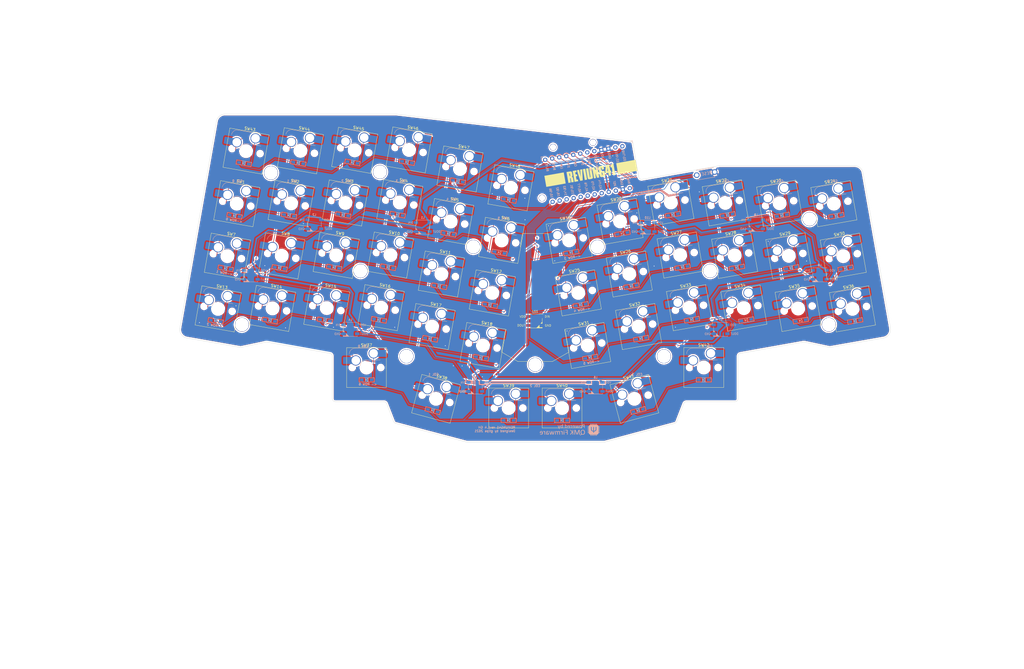
<source format=kicad_pcb>
(kicad_pcb (version 20211014) (generator pcbnew)
  (title_block (title "REVIUNG41") (date "2021-05-31") (rev "1.4"))
  (layers (0 "F.Cu" signal) (31 "B.Cu" signal) (34 "B.Paste" user) (35 "F.Paste" user) (36 "B.SilkS" user "B.Silkscreen") (37 "F.SilkS" user "F.Silkscreen") (38 "B.Mask" user) (39 "F.Mask" user) (44 "Edge.Cuts" user))
  (net 0 "")
  (net 1 "Net-(D1-Pad2)")
  (net 2 "row0")
  (net 3 "Net-(D2-Pad2)")
  (net 4 "Net-(D3-Pad2)")
  (net 5 "Net-(D4-Pad2)")
  (net 6 "Net-(D5-Pad2)")
  (net 7 "Net-(D6-Pad2)")
  (net 8 "row1")
  (net 9 "Net-(D7-Pad2)")
  (net 10 "Net-(D8-Pad2)")
  (net 11 "Net-(D9-Pad2)")
  (net 12 "Net-(D10-Pad2)")
  (net 13 "Net-(D11-Pad2)")
  (net 14 "Net-(D12-Pad2)")
  (net 15 "row2")
  (net 16 "Net-(D13-Pad2)")
  (net 17 "Net-(D14-Pad2)")
  (net 18 "Net-(D15-Pad2)")
  (net 19 "Net-(D16-Pad2)")
  (net 20 "Net-(D17-Pad2)")
  (net 21 "Net-(D18-Pad2)")
  (net 22 "row3")
  (net 23 "Net-(D19-Pad2)")
  (net 24 "Net-(D20-Pad2)")
  (net 25 "Net-(D21-Pad2)")
  (net 26 "Net-(D22-Pad2)")
  (net 27 "Net-(D23-Pad2)")
  (net 28 "Net-(D24-Pad2)")
  (net 29 "row4")
  (net 30 "Net-(D25-Pad2)")
  (net 31 "Net-(D26-Pad2)")
  (net 32 "Net-(D27-Pad2)")
  (net 33 "Net-(D28-Pad2)")
  (net 34 "Net-(D29-Pad2)")
  (net 35 "Net-(D30-Pad2)")
  (net 36 "row5")
  (net 37 "Net-(D31-Pad2)")
  (net 38 "Net-(D32-Pad2)")
  (net 39 "Net-(D33-Pad2)")
  (net 40 "Net-(D34-Pad2)")
  (net 41 "Net-(D35-Pad2)")
  (net 42 "Net-(D36-Pad2)")
  (net 43 "row6")
  (net 44 "Net-(D37-Pad2)")
  (net 45 "Net-(D38-Pad2)")
  (net 46 "Net-(D39-Pad2)")
  (net 47 "Net-(D40-Pad2)")
  (net 48 "Net-(D41-Pad2)")
  (net 49 "LED")
  (net 50 "VCC")
  (net 51 "GND")
  (net 52 "col0")
  (net 53 "col1")
  (net 54 "col2")
  (net 55 "col3")
  (net 56 "col4")
  (net 57 "col5")
  (net 58 "reset")
  (net 59 "Net-(L1-Pad2)")
  (net 60 "Net-(L2-Pad2)")
  (net 61 "Net-(L3-Pad2)")
  (net 62 "Net-(L4-Pad2)")
  (net 63 "Net-(L5-Pad2)")
  (net 64 "Net-(L6-Pad2)")
  (net 65 "Net-(L7-Pad2)")
  (net 66 "Net-(L8-Pad2)")
  (net 67 "Net-(L10-Pad4)")
  (net 68 "Net-(L10-Pad2)")
  (net 69 "row7")
  (net 70 "Net-(D43-Pad2)")
  (net 71 "Ned-(D44-Pad2)")
  (net 72 "Net-(D45-Pad2)")
  (net 73 "Net-(D46-Pad2)")
  (net 74 "Net-(D47-Pad2)")
  (net 75 "Net-(D48-Pad2)")
  (net 76 "Net-(D42-Pad2)")
  (footprint "customs:SW_Hotswap_Kailh_MX_plated" (layer "F.Cu") (at 42.783283 59.891561 -10)
    (fp_text reference "SW1")
    (fp_text value "SW_PUSH")
  )
  (footprint "customs:SW_Hotswap_Kailh_MX_plated" (layer "F.Cu") (at 62.173285 59.781557 -10)
    (fp_text reference "SW2")
    (fp_text value "SW_PUSH")
  )
  (footprint "customs:SW_Hotswap_Kailh_MX_plated" (layer "F.Cu") (at 81.523284 59.62156 -10)
    (fp_text reference "SW3")
    (fp_text value "SW_PUSH")
  )
  (footprint "customs:SW_Hotswap_Kailh_MX_plated" (layer "F.Cu") (at 100.893282 59.481561 -10)
    (fp_text reference "SW4")
    (fp_text value "SW_PUSH")
  )
  (footprint "customs:SW_Hotswap_Kailh_MX_plated" (layer "F.Cu") (at 119.043279 66.271556 -10)
    (fp_text reference "SW5")
    (fp_text value "SW_PUSH")
  )
  (footprint "customs:SW_Hotswap_Kailh_MX_plated" (layer "F.Cu") (at 137.213282 72.981562 -10)
    (fp_text reference "SW6")
    (fp_text value "SW_PUSH")
  )
  (footprint "customs:SW_Hotswap_Kailh_MX_plated" (layer "F.Cu") (at 39.453281 78.621554 -10)
    (fp_text reference "SW7")
    (fp_text value "SW_PUSH")
  )
  (footprint "customs:SW_Hotswap_Kailh_MX_plated" (layer "F.Cu") (at 58.813282 78.501558 -10)
    (fp_text reference "SW8")
    (fp_text value "SW_PUSH")
  )
  (footprint "customs:SW_Hotswap_Kailh_MX_plated" (layer "F.Cu") (at 78.213282 78.341558 -10)
    (fp_text reference "SW9")
    (fp_text value "SW_PUSH")
  )
  (footprint "customs:SW_Hotswap_Kailh_MX_plated" (layer "F.Cu") (at 97.573283 78.231557 -10)
    (fp_text reference "SW10")
    (fp_text value "SW_PUSH")
  )
  (footprint "customs:SW_Hotswap_Kailh_MX_plated" (layer "F.Cu") (at 115.723284 85.011556 -10)
    (fp_text reference "SW11")
    (fp_text value "SW_PUSH")
  )
  (footprint "customs:SW_Hotswap_Kailh_MX_plated" (layer "F.Cu") (at 133.873277 91.731556 -10)
    (fp_text reference "SW12")
    (fp_text value "SW_PUSH")
  )
  (footprint "customs:SW_Hotswap_Kailh_MX_plated" (layer "F.Cu") (at 36.133284 97.411554 -10)
    (fp_text reference "SW13")
    (fp_text value "SW_PUSH")
  )
  (footprint "customs:SW_Hotswap_Kailh_MX_plated" (layer "F.Cu") (at 55.533282 97.251556 -10)
    (fp_text reference "SW14")
    (fp_text value "SW_PUSH")
  )
  (footprint "customs:SW_Hotswap_Kailh_MX_plated" (layer "F.Cu") (at 74.873283 97.141558 -10)
    (fp_text reference "SW15")
    (fp_text value "SW_PUSH")
  )
  (footprint "customs:SW_Hotswap_Kailh_MX_plated" (layer "F.Cu") (at 94.257898 96.989928 -10)
    (fp_text reference "SW16")
    (fp_text value "SW_PUSH")
  )
  (footprint "customs:SW_Hotswap_Kailh_MX_plated" (layer "F.Cu") (at 112.413281 103.741561 -10)
    (fp_text reference "SW17")
    (fp_text value "SW_PUSH")
  )
  (footprint "customs:SW_Hotswap_Kailh_MX_plated" (layer "F.Cu") (at 130.563283 110.501558 -10)
    (fp_text reference "SW18")
    (fp_text value "SW_PUSH")
  )
  (footprint "customs:SW_Hotswap_Kailh_MX_plated" (layer "F.Cu") (at 161.27328 72.981565 10)
    (fp_text reference "SW19")
    (fp_text value "SW_PUSH")
  )
  (footprint "customs:SW_Hotswap_Kailh_MX_plated" (layer "F.Cu") (at 179.42328 66.201561 10)
    (fp_text reference "SW20")
    (fp_text value "SW_PUSH")
  )
  (footprint "customs:SW_Hotswap_Kailh_MX_plated" (layer "F.Cu") (at 197.553284 59.461558 10)
    (fp_text reference "SW21")
    (fp_text value "SW_PUSH")
  )
  (footprint "customs:SW_Hotswap_Kailh_MX_plated" (layer "F.Cu") (at 216.943282 59.60156 10)
    (fp_text reference "SW22")
    (fp_text value "SW_PUSH")
  )
  (footprint "customs:SW_Hotswap_Kailh_MX_plated" (layer "F.Cu") (at 236.313282 59.73156 10)
    (fp_text reference "SW23")
    (fp_text value "SW_PUSH")
  )
  (footprint "customs:SW_Hotswap_Kailh_MX_plated" (layer "F.Cu") (at 255.653282 59.89156 10)
    (fp_text reference "SW24")
    (fp_text value "SW_PUSH")
  )
  (footprint "customs:SW_Hotswap_Kailh_MX_plated" (layer "F.Cu") (at 164.543283 91.711555 10)
    (fp_text reference "SW25")
    (fp_text value "SW_PUSH")
  )
  (footprint "customs:SW_Hotswap_Kailh_MX_plated" (layer "F.Cu") (at 182.713282 84.971554 10)
    (fp_text reference "SW26")
    (fp_text value "SW_PUSH")
  )
  (footprint "customs:SW_Hotswap_Kailh_MX_plated" (layer "F.Cu") (at 200.843283 78.201557 10)
    (fp_text reference "SW27")
    (fp_text value "SW_PUSH")
  )
  (footprint "customs:SW_Hotswap_Kailh_MX_plated" (layer "F.Cu") (at 220.273284 78.341561 10)
    (fp_text reference "SW28")
    (fp_text value "SW_PUSH")
  )
  (footprint "customs:SW_Hotswap_Kailh_MX_plated" (layer "F.Cu") (at 239.603286 78.501558 10)
    (fp_text reference "SW29")
    (fp_text value "SW_PUSH")
  )
  (footprint "customs:SW_Hotswap_Kailh_MX_plated" (layer "F.Cu") (at 258.993284 78.621558 10)
    (fp_text reference "SW30")
    (fp_text value "SW_PUSH")
  )
  (footprint "customs:SW_Hotswap_Kailh_MX_plated" (layer "F.Cu") (at 167.893281 110.481557 10)
    (fp_text reference "SW31")
    (fp_text value "SW_PUSH")
  )
  (footprint "customs:SW_Hotswap_Kailh_MX_plated" (layer "F.Cu") (at 186.023284 103.72156 10)
    (fp_text reference "SW32")
    (fp_text value "SW_PUSH")
  )
  (footprint "customs:SW_Hotswap_Kailh_MX_plated" (layer "F.Cu") (at 204.17328 97.001553 10)
    (fp_text reference "SW33")
    (fp_text value "SW_PUSH")
  )
  (footprint "customs:SW_Hotswap_Kailh_MX_plated" (layer "F.Cu") (at 223.56328 97.111554 10)
    (fp_text reference "SW34")
    (fp_text value "SW_PUSH")
  )
  (footprint "customs:SW_Hotswap_Kailh_MX_plated" (layer "F.Cu") (at 242.913284 97.27156 10)
    (fp_text reference "SW35")
    (fp_text value "SW_PUSH")
  )
  (footprint "customs:SW_Hotswap_Kailh_MX_plated" (layer "F.Cu") (at 262.283285 97.41156 10)
    (fp_text reference "SW36")
    (fp_text value "SW_PUSH")
  )
  (footprint "customs:SW_Hotswap_Kailh_MX_plated" (layer "F.Cu") (at 89.033283 118.361559)
    (fp_text reference "SW37")
    (fp_text value "SW_PUSH")
  )
  (footprint "customs:SW_Hotswap_Kailh_MX_plated" (layer "F.Cu") (at 113.805541 129.506438 -15)
    (fp_text reference "SW38")
    (fp_text value "SW_PUSH")
  )
  (footprint "customs:SW_Hotswap_Kailh_MX_plated" (layer "F.Cu") (at 139.698282 132.79156)
    (fp_text reference "SW39")
    (fp_text value "SW_2U_PUSH")
  )
  (footprint "customs:SW_Hotswap_Kailh_MX_plated" (layer "F.Cu") (at 184.533286 129.501558 15)
    (fp_text reference "SW41")
    (fp_text value "SW_PUSH")
  )
  (footprint "customs:SW_Hotswap_Kailh_MX_plated" (layer "F.Cu") (at 209.273283 118.341558)
    (fp_text reference "SW42")
    (fp_text value "SW_PUSH")
  )
  (footprint "_reviung-kbd:LED_WS2812B_PLCC4_5.0x5.0mm_P3.2mm" (layer "F.Cu") (at 149.173285 101.711555)
    (fp_text reference "L11")
    (fp_text value "WS2812B")
  )
  (footprint "_reviung-kbd:HOLE" (layer "F.Cu") (at 54.96975 48.883252)
    (fp_text reference "H1")
    (fp_text value "H1")
  )
  (footprint "_reviung-kbd:HOLE" (layer "F.Cu") (at 44.633283 103.031564)
    (fp_text reference "H2")
    (fp_text value "H2")
  )
  (footprint "_reviung-kbd:HOLE" (layer "F.Cu") (at 86.903283 83.891557)
    (fp_text reference "H3")
    (fp_text value "H3")
  )
  (footprint "_reviung-kbd:HOLE" (layer "F.Cu") (at 103.273281 114.321559)
    (fp_text reference "H4")
    (fp_text value "H4")
  )
  (footprint "_reviung-kbd:HOLE" (layer "F.Cu") (at 149.16328 117.321561)
    (fp_text reference "H6")
    (fp_text value "H6")
  )
  (footprint "_reviung-kbd:HOLE" (layer "F.Cu") (at 195.063278 114.321554)
    (fp_text reference "H8")
    (fp_text value "H8")
  )
  (footprint "_reviung-kbd:HOLE" (layer "F.Cu") (at 211.553283 83.881557)
    (fp_text reference "H9")
    (fp_text value "H9")
  )
  (footprint "_reviung-kbd:HOLE" (layer "F.Cu") (at 253.823278 103.031556)
    (fp_text reference "H10")
    (fp_text value "H10")
  )
  (footprint "_reviung-kbd:HOLE" (layer "F.Cu") (at 246.973282 65.371558)
    (fp_text reference "H11")
    (fp_text value "H11")
  )
  (footprint "_reviung-kbd:HOLE" (layer "F.Cu") (at 171.343283 75.271557)
    (fp_text reference "H7")
    (fp_text value "H7")
  )
  (footprint "_reviung-kbd:HOLE" (layer "F.Cu") (at 127.123284 75.271557)
    (fp_text reference "H5")
    (fp_text value "H5")
  )
  (footprint "_reviung-kbd:reviung41-bsilk-center-x4-ver1" (layer "F.Cu") (at 169.053283 49.06156 10)
    (fp_text reference "G***" hide)
    (fp_text value "LOGO" hide)
  )
  (footprint "customs:SW_Hotswap_Kailh_MX_plated" (layer "F.Cu") (at 122.351287 47.510965 -10)
    (fp_text reference "SW47")
    (fp_text value "SW_PUSH")
  )
  (footprint "customs:SW_Hotswap_Kailh_MX_plated" (layer "F.Cu") (at 158.748284 132.791559)
    (fp_text reference "SW40")
    (fp_text value "SW_2U_PUSH")
  )
  (footprint "customs:SW_Hotswap_Kailh_MX_plated" (layer "F.Cu") (at 140.52128 54.220968 -10)
    (fp_text reference "SW48")
    (fp_text value "SW_PUSH")
  )
  (footprint "customs:SW_Hotswap_Kailh_MX_plated" (layer "F.Cu") (at 84.83128 40.860963 -10)
    (fp_text reference "SW45")
    (fp_text value "SW_PUSH")
  )
  (footprint "customs:SW_Hotswap_Kailh_MX_plated" (layer "F.Cu") (at 46.091282 41.130967 -10)
    (fp_text reference "SW43")
    (fp_text value "SW_PUSH")
  )
  (footprint "customs:SW_Hotswap_Kailh_MX_plated" (layer "F.Cu") (at 65.481279 41.020969 -10)
    (fp_text reference "SW44")
    (fp_text value "SW_PUSH")
  )
  (footprint "customs:SW_Hotswap_Kailh_MX_plated" (layer "F.Cu") (at 104.201278 40.720967 -10)
    (fp_text reference "SW46")
    (fp_text value "SW_PUSH")
  )
  (footprint "" (layer "F.Cu") (at 93.820042 48.567095 -10)
    (fp_text reference "")
    (fp_text value "")
  )
  (footprint "_reviung-kbd:D3_SMD_1side" (layer "B.Cu") (at 42.003284 64.221556 -10)
    (fp_text reference "D1" hide)
    (fp_text value "1N4148W" hide)
  )
  (footprint "_reviung-kbd:D3_SMD_1side" (layer "B.Cu") (at 61.423283 64.111551 -10)
    (fp_text reference "D2" hide)
    (fp_text value "1N4148W" hide)
  )
  (footprint "_reviung-kbd:D3_SMD_1side" (layer "B.Cu") (at 80.743282 63.921553 -10)
    (fp_text reference "D3" hide)
    (fp_text value "1N4148W" hide)
  )
  (footprint "_reviung-kbd:D3_SMD_1side" (layer "B.Cu") (at 100.153281 63.821555 -10)
    (fp_text reference "D4" hide)
    (fp_text value "1N4148W" hide)
  )
  (footprint "_reviung-kbd:D3_SMD_1side" (layer "B.Cu") (at 118.303283 70.61156 -10)
    (fp_text reference "D5" hide)
    (fp_text value "1N4148W" hide)
  )
  (footprint "_reviung-kbd:D3_SMD_1side" (layer "B.Cu") (at 136.443281 77.311559 -10)
    (fp_text reference "D6" hide)
    (fp_text value "1N4148W" hide)
  )
  (footprint "_reviung-kbd:D3_SMD_1side" (layer "B.Cu") (at 38.823282 82.981559 -10)
    (fp_text reference "D7" hide)
    (fp_text value "1N4148W" hide)
  )
  (footprint "_reviung-kbd:D3_SMD_1side" (layer "B.Cu") (at 58.053282 82.83156 -10)
    (fp_text reference "D8" hide)
    (fp_text value "1N4148W" hide)
  )
  (footprint "_reviung-kbd:D3_SMD_1side" (layer "B.Cu") (at 77.513283 82.68156 -10)
    (fp_text reference "D9" hide)
    (fp_text value "1N4148W" hide)
  )
  (footprint "_reviung-kbd:D3_SMD_1side" (layer "B.Cu") (at 96.773283 82.561558 -10)
    (fp_text reference "D10" hide)
    (fp_text value "1N4148W" hide)
  )
  (footprint "_reviung-kbd:D3_SMD_1side" (layer "B.Cu") (at 114.95328 89.341555 -10)
    (fp_text reference "D11" hide)
    (fp_text value "1N4148W" hide)
  )
  (footprint "_reviung-kbd:D3_SMD_1side" (layer "B.Cu") (at 133.033283 96.041556 -10)
    (fp_text reference "D12" hide)
    (fp_text value "1N4148W" hide)
  )
  (footprint "_reviung-kbd:D3_SMD_1side" (layer "B.Cu") (at 35.283282 101.731556 -10)
    (fp_text reference "D13" hide)
    (fp_text value "1N4148W" hide)
  )
  (footprint "_reviung-kbd:D3_SMD_1side" (layer "B.Cu") (at 54.643284 101.561559 -10)
    (fp_text reference "D14" hide)
    (fp_text value "1N4148W" hide)
  )
  (footprint "_reviung-kbd:D3_SMD_1side" (layer "B.Cu") (at 74.213284 101.491556 -10)
    (fp_text reference "D15" hide)
    (fp_text value "1N4148W" hide)
  )
  (footprint "_reviung-kbd:D3_SMD_1side" (layer "B.Cu") (at 93.463282 101.321557 -10)
    (fp_text reference "D16" hide)
    (fp_text value "1N4148W" hide)
  )
  (footprint "_reviung-kbd:D3_SMD_1side" (layer "B.Cu") (at 111.723284 108.091557 -10)
    (fp_text reference "D17" hide)
    (fp_text value "1N4148W" hide)
  )
  (footprint "_reviung-kbd:D3_SMD_1side" (layer "B.Cu") (at 129.833282 114.831558 -10)
    (fp_text reference "D18" hide)
    (fp_text value "1N4148W" hide)
  )
  (footprint "_reviung-kbd:D3_SMD_1side" (layer "B.Cu") (at 162.033281 77.32156 10)
    (fp_text reference "D19" hide)
    (fp_text value "1N4148W" hide)
  )
  (footprint "_reviung-kbd:D3_SMD_1side" (layer "B.Cu") (at 180.283284 70.501554 10)
    (fp_text reference "D20" hide)
    (fp_text value "1N4148W" hide)
  )
  (footprint "_reviung-kbd:D3_SMD_1side" (layer "B.Cu") (at 198.303279 63.801559 10)
    (fp_text reference "D21" hide)
    (fp_text value "1N4148W" hide)
  )
  (footprint "_reviung-kbd:D3_SMD_1side" (layer "B.Cu") (at 217.783283 63.901556 10)
    (fp_text reference "D22" hide)
    (fp_text value "1N4148W" hide)
  )
  (footprint "_reviung-kbd:D3_SMD_1side" (layer "B.Cu") (at 237.133282 64.101561 10)
    (fp_text reference "D23" hide)
    (fp_text value "1N4148W" hide)
  )
  (footprint "_reviung-kbd:D3_SMD_1side" (layer "B.Cu") (at 256.543284 64.201556 10)
    (fp_text reference "D24" hide)
    (fp_text value "1N4148W" hide)
  )
  (footprint "_reviung-kbd:D3_SMD_1side" (layer "B.Cu") (at 165.413282 96.001558 10)
    (fp_text reference "D25" hide)
    (fp_text value "1N4148W" hide)
  )
  (footprint "_reviung-kbd:D3_SMD_1side" (layer "B.Cu") (at 183.503282 89.311559 10)
    (fp_text reference "D26" hide)
    (fp_text value "1N4148W" hide)
  )
  (footprint "_reviung-kbd:D3_SMD_1side" (layer "B.Cu") (at 201.723281 82.521564 10)
    (fp_text reference "D27" hide)
    (fp_text value "1N4148W" hide)
  )
  (footprint "_reviung-kbd:D3_SMD_1side" (layer "B.Cu") (at 221.093278 82.651564 10)
    (fp_text reference "D28" hide)
    (fp_text value "1N4148W" hide)
  )
  (footprint "_reviung-kbd:D3_SMD_1side" (layer "B.Cu") (at 240.473285 82.821555 10)
    (fp_text reference "D29" hide)
    (fp_text value "1N4148W" hide)
  )
  (footprint "_reviung-kbd:D3_SMD_1side" (layer "B.Cu") (at 259.853282 82.951559 10)
    (fp_text reference "D30" hide)
    (fp_text value "1N4148W" hide)
  )
  (footprint "_reviung-kbd:D3_SMD_1side" (layer "B.Cu") (at 168.793281 114.781557 10)
    (fp_text reference "D31" hide)
    (fp_text value "1N4148W" hide)
  )
  (footprint "_reviung-kbd:D3_SMD_1side" (layer "B.Cu") (at 186.943282 108.03156 10)
    (fp_text reference "D32" hide)
    (fp_text value "1N4148W" hide)
  )
  (footprint "_reviung-kbd:D3_SMD_1side" (layer "B.Cu") (at 205.033283 101.271562 10)
    (fp_text reference "D33" hide)
    (fp_text value "1N4148W" hide)
  )
  (footprint "_reviung-kbd:D3_SMD_1side" (layer "B.Cu") (at 224.443282 101.431557 10)
    (fp_text reference "D34" hide)
    (fp_text value "1N4148W" hide)
  )
  (footprint "_reviung-kbd:D3_SMD_1side" (layer "B.Cu") (at 243.82328 101.571559 10)
    (fp_text reference "D35" hide)
    (fp_text value "1N4148W" hide)
  )
  (footprint "_reviung-kbd:D3_SMD_1side" (layer "B.Cu") (at 263.233279 101.731554 10)
    (fp_text reference "D36" hide)
    (fp_text value "1N4148W" hide)
  )
  (footprint "_reviung-kbd:D3_SMD_1side" (layer "B.Cu") (at 89.113282 122.731558)
    (fp_text reference "D37" hide)
    (fp_text value "1N4148W" hide)
  )
  (footprint "_reviung-kbd:D3_SMD_1side" (layer "B.Cu") (at 112.643282 133.731559 -15)
    (fp_text reference "D38" hide)
    (fp_text value "1N4148W" hide)
  )
  (footprint "_reviung-kbd:D3_SMD_1side" (layer "B.Cu") (at 139.708281 137.181557)
    (fp_text reference "D39" hide)
    (fp_text value "1N4148W" hide)
  )
  (footprint "_reviung-kbd:D3_SMD_1side" (layer "B.Cu") (at 185.893284 133.651556 15)
    (fp_text reference "D40" hide)
    (fp_text value "1N4148W" hide)
  )
  (footprint "_reviung-kbd:D3_SMD_1side" (layer "B.Cu") (at 209.283284 122.741552)
    (fp_text reference "D41" hide)
    (fp_text value "1N4148W" hide)
  )
  (footprint "_reviung-kbd:ProMicro" (layer "B.Cu") (at 167.317564 49.387025 100)
    (fp_text reference "U1" hide)
    (fp_text value "ProMicro" hide)
  )
  (footprint "_reviung-kbd:ResetSW_1side" (layer "B.Cu") (at 209.958248 49.146606 -170)
    (fp_text reference "RESET1" hide)
    (fp_text value "SW_PUSH" hide)
  )
  (footprint "_reviung-kbd:LED_WS2812B_PLCC4_5.0x5.0mm_P3.2mm" (layer "B.Cu") (at 109.093281 68.231561 180)
    (fp_text reference "L1")
    (fp_text value "WS2812B")
  )
  (footprint "_reviung-kbd:LED_WS2812B_PLCC4_5.0x5.0mm_P3.2mm" (layer "B.Cu") (at 70.443284 67.241558 180)
    (fp_text reference "L2")
    (fp_text value "WS2812B")
  )
  (footprint "_reviung-kbd:LED_WS2812B_PLCC4_5.0x5.0mm_P3.2mm" (layer "B.Cu") (at 47.773282 85.261556 180)
    (fp_text reference "L3")
    (fp_text value "WS2812B")
  )
  (footprint "_reviung-kbd:LED_WS2812B_PLCC4_5.0x5.0mm_P3.2mm" (layer "B.Cu") (at 83.263281 104.701561 180)
    (fp_text reference "L4")
    (fp_text value "WS2812B")
  )
  (footprint "_reviung-kbd:LED_WS2812B_PLCC4_5.0x5.0mm_P3.2mm" (layer "B.Cu") (at 127.813282 125.251558 180)
    (fp_text reference "L5")
    (fp_text value "WS2812B")
  )
  (footprint "_reviung-kbd:LED_WS2812B_PLCC4_5.0x5.0mm_P3.2mm" (layer "B.Cu") (at 170.693282 125.231559 180)
    (fp_text reference "L6")
    (fp_text value "WS2812B")
  )
  (footprint "_reviung-kbd:LED_WS2812B_PLCC4_5.0x5.0mm_P3.2mm" (layer "B.Cu") (at 215.243278 104.701562 180)
    (fp_text reference "L7")
    (fp_text value "WS2812B")
  )
  (footprint "_reviung-kbd:LED_WS2812B_PLCC4_5.0x5.0mm_P3.2mm" (layer "B.Cu") (at 250.59328 85.251561 180)
    (fp_text reference "L8")
    (fp_text value "WS2812B")
  )
  (footprint "_reviung-kbd:LED_WS2812B_PLCC4_5.0x5.0mm_P3.2mm" (layer "B.Cu") (at 227.903283 67.261559 180)
    (fp_text reference "L9")
    (fp_text value "WS2812B")
  )
  (footprint "_reviung-kbd:LED_WS2812B_PLCC4_5.0x5.0mm_P3.2mm" (layer "B.Cu") (at 189.243282 68.261555 180)
    (fp_text reference "L10")
    (fp_text value "WS2812B")
  )
  (footprint "_reviung-kbd:HOLE_2.2mm" (layer "B.Cu") (at 169.763572 38.026631)
    (fp_text reference "H14")
    (fp_text value "H14")
  )
  (footprint "_reviung-kbd:HOLE_2.2mm" (layer "B.Cu") (at 155.536943 39.733766)
    (fp_text reference "H13")
    (fp_text value "H13")
  )
  (footprint "_reviung-kbd:HOLE_2.2mm" (layer "B.Cu") (at 151.631085 57.875465)
    (fp_text reference "H12")
    (fp_text value "H12")
  )
  (footprint "_reviung-kbd:QMK-x4-ver1" (layer "B.Cu") (at 161.513572 140.536629 180)
    (fp_text reference "G***" hide)
    (fp_text value "LOGO" hide)
  )
  (footprint "_reviung-kbd:D3_SMD_1side" (layer "B.Cu") (at 139.751281 58.550967 -10)
    (fp_text reference "D6" hide)
    (fp_text value "1N4148W" hide)
  )
  (footprint "_reviung-kbd:D3_SMD_1side" (layer "B.Cu") (at 103.461279 45.060968 -10)
    (fp_text reference "D4" hide)
    (fp_text value "1N4148W" hide)
  )
  (footprint "_reviung-kbd:D3_SMD_1side" (layer "B.Cu") (at 121.611277 51.850967 -10)
    (fp_text reference "D5" hide)
    (fp_text value "1N4148W" hide)
  )
  (footprint "_reviung-kbd:D3_SMD_1side" (layer "B.Cu") (at 45.311282 45.460968 -10)
    (fp_text reference "D1" hide)
    (fp_text value "1N4148W" hide)
  )
  (footprint "_reviung-kbd:D3_SMD_1side" (layer "B.Cu") (at 64.731279 45.350967 -10)
    (fp_text reference "D2" hide)
    (fp_text value "1N4148W" hide)
  )
  (footprint "_reviung-kbd:D3_SMD_1side" (layer "B.Cu") (at 84.051284 45.160968 -10)
    (fp_text reference "D3" hide)
    (fp_text value "1N4148W" hide)
  )
  (footprint "_reviung-kbd:D3_SMD_1side" (layer "B.Cu") (at 158.758282 137.181555)
    (fp_text reference "D39" hide)
    (fp_text value "1N4148W" hide)
  )
  (gr_line (start 161.20328 112.821558) (end 159.79328 104.771562) (layer "F.SilkS") (width 0.12))
  (gr_line (start 143.003279 116.201558) (end 146.773283 116.201561) (layer "F.SilkS") (width 0.12))
  (gr_line (start 138.57328 104.891558) (end 137.193275 112.821557) (layer "F.SilkS") (width 0.12))
  (gr_line (start 155.30328 116.201556) (end 161.20328 112.821558) (layer "F.SilkS") (width 0.12))
  (gr_line (start 143.823283 75.311559) (end 144.643282 70.511558) (layer "F.SilkS") (width 0.12))
  (gr_line (start 151.623284 116.201563) (end 155.30328 116.201556) (layer "F.SilkS") (width 0.12))
  (gr_line (start 153.733282 70.511562) (end 154.593281 75.351558) (layer "F.SilkS") (width 0.12))
  (gr_line (start 144.643282 70.511558) (end 153.733282 70.511562) (layer "F.SilkS") (width 0.12))
  (gr_line (start 137.193275 112.821557) (end 143.003279 116.201558) (layer "F.SilkS") (width 0.12))
  (gr_curve (pts (xy 24.971069 107.781593) (xy 24.971069 107.781593) (xy 43.779168 111.092093) (xy 43.779168 111.092093)) (layer "Edge.Cuts") (width 0.1))
  (gr_curve (pts (xy 173.788012 144.959318) (xy 173.788012 144.959318) (xy 198.927764 138.228271) (xy 198.927764 138.228271)) (layer "Edge.Cuts") (width 0.1))
  (gr_line (start 99.651145 27.964088) (end 183.193572 37.619181) (layer "Edge.Cuts") (width 0.1))
  (gr_curve (pts (xy 99.651145 27.964088) (xy 99.651145 27.964088) (xy 38.543658 27.963962) (xy 38.543658 27.963962)) (layer "Edge.Cuts") (width 0.1))
  (gr_arc (start 183.193572 37.619181) (mid 183.720706 37.89874) (end 183.991563 38.430387) (layer "Edge.Cuts") (width 0.1))
  (gr_curve (pts (xy 245.382654 109.293379) (xy 245.382654 109.293379) (xy 253.799773 111.078613) (xy 253.799773 111.078613)) (layer "Edge.Cuts") (width 0.1))
  (gr_line (start 95.29547 130.511558) (end 77.893283 130.511557) (layer "Edge.Cuts") (width 0.1))
  (gr_line (start 76.069487 113.275947) (end 53.764735 109.28329) (layer "Edge.Cuts") (width 0.1))
  (gr_curve (pts (xy 52.999639 109.295029) (xy 53.251542 109.241912) (xy 53.511326 109.23792) (xy 53.764735 109.28329)) (layer "Edge.Cuts") (width 0.1))
  (gr_curve (pts (xy 202.108655 131.150397) (xy 202.257787 130.765354) (xy 202.628246 130.511557) (xy 203.04116 130.511561)) (layer "Edge.Cuts") (width 0.1))
  (gr_curve (pts (xy 221.461116 129.511556) (xy 221.461116 129.511556) (xy 221.461113 114.25115) (xy 221.461113 114.25115)) (layer "Edge.Cuts") (width 0.1))
  (gr_curve (pts (xy 43.779168 111.092093) (xy 44.030788 111.136385) (xy 44.288563 111.132054) (xy 44.538555 111.079336)) (layer "Edge.Cuts") (width 0.1))
  (gr_line (start 273.351095 107.781704) (end 254.561729 111.091803) (layer "Edge.Cuts") (width 0.1))
  (gr_curve (pts (xy 95.29547 130.511558) (xy 95.708101 130.511561) (xy 96.078361 130.765003) (xy 96.227689 131.149664)) (layer "Edge.Cuts") (width 0.1))
  (gr_curve (pts (xy 22.536947 104.304597) (xy 22.248263 105.937056) (xy 23.338371 107.494217) (xy 24.971069 107.781593)) (layer "Edge.Cuts") (width 0.1))
  (gr_line (start 187.265086 51.228919) (end 214.86923 46.361511) (layer "Edge.Cuts") (width 0.1))
  (gr_curve (pts (xy 76.069487 113.275947) (xy 76.546223 113.361284) (xy 76.893285 113.775984) (xy 76.893282 114.260301)) (layer "Edge.Cuts") (width 0.1))
  (gr_curve (pts (xy 38.543658 27.963962) (xy 37.088342 27.963964) (xy 35.842919 29.008465) (xy 35.589492 30.441546)) (layer "Edge.Cuts") (width 0.1))
  (gr_curve (pts (xy 124.893573 144.959319) (xy 124.601349 144.959318) (xy 173.788012 144.959318) (xy 173.788012 144.959318)) (layer "Edge.Cuts") (width 0.1))
  (gr_curve (pts (xy 203.04116 130.511561) (xy 203.04116 130.511561) (xy 220.461116 130.511562) (xy 220.461116 130.511562)) (layer "Edge.Cuts") (width 0.1))
  (gr_curve (pts (xy 253.799773 111.078613) (xy 254.050561 111.131803) (xy 254.309241 111.136285) (xy 254.561729 111.091803)) (layer "Edge.Cuts") (width 0.1))
  (gr_curve (pts (xy 187.265086 51.228919) (xy 186.721168 51.324829) (xy 186.202489 50.961631) (xy 186.106613 50.417711)) (layer "Edge.Cuts") (width 0.1))
  (gr_curve (pts (xy 220.461116 130.511562) (xy 221.013397 130.511556) (xy 221.461113 130.063843) (xy 221.461116 129.511556)) (layer "Edge.Cuts") (width 0.1))
  (gr_curve (pts (xy 222.285407 113.266703) (xy 222.285407 113.266703) (xy 244.616276 109.280971) (xy 244.616276 109.280971)) (layer "Edge.Cuts") (width 0.1))
  (gr_line (start 96.227689 131.149664) (end 98.740986 137.623804) (layer "Edge.Cuts") (width 0.1))
  (gr_curve (pts (xy 76.893282 129.511558) (xy 76.893283 130.063842) (xy 77.340996 130.511559) (xy 77.893283 130.511557)) (layer "Edge.Cuts") (width 0.1))
  (gr_curve (pts (xy 44.538555 111.079336) (xy 44.538555 111.079336) (xy 52.999639 109.295029) (xy 52.999639 109.295029)) (layer "Edge.Cuts") (width 0.1))
  (gr_curve (pts (xy 221.461113 114.25115) (xy 221.461118 113.766644) (xy 221.808442 113.351836) (xy 222.285407 113.266703)) (layer "Edge.Cuts") (width 0.1))
  (gr_curve (pts (xy 266.003734 48.837533) (xy 265.750907 47.403786) (xy 264.505181 46.358511) (xy 263.049316 46.358514)) (layer "Edge.Cuts") (width 0.1))
  (gr_curve (pts (xy 76.893282 114.260301) (xy 76.893282 114.260301) (xy 76.893282 129.511558) (xy 76.893282 129.511558)) (layer "Edge.Cuts") (width 0.1))
  (gr_curve (pts (xy 98.740986 137.623804) (xy 98.856434 137.921175) (xy 99.106826 138.145632) (xy 99.415005 138.227996)) (layer "Edge.Cuts") (width 0.1))
  (gr_line (start 124.893573 144.959319) (end 99.415005 138.227996) (layer "Edge.Cuts") (width 0.1))
  (gr_curve (pts (xy 199.601636 137.623456) (xy 199.601636 137.623456) (xy 202.108655 131.150397) (xy 202.108655 131.150397)) (layer "Edge.Cuts") (width 0.1))
  (gr_curve (pts (xy 244.616276 109.280971) (xy 244.870141 109.235662) (xy 245.130385 109.239871) (xy 245.382654 109.293379)) (layer "Edge.Cuts") (width 0.1))
  (gr_line (start 263.049316 46.358514) (end 214.86923 46.361511) (layer "Edge.Cuts") (width 0.1))
  (gr_curve (pts (xy 35.589492 30.441546) (xy 32.346057 48.835973) (xy 22.536947 104.304597) (xy 22.536947 104.304597)) (layer "Edge.Cuts") (width 0.1))
  (gr_line (start 183.991563 38.430387) (end 186.106613 50.417711) (layer "Edge.Cuts") (width 0.1))
  (gr_curve (pts (xy 273.351095 107.781704) (xy 274.983017 107.49421) (xy 276.072788 105.938091) (xy 275.785024 104.306225)) (layer "Edge.Cuts") (width 0.1))
  (gr_curve (pts (xy 275.785024 104.306225) (xy 275.785024 104.306225) (xy 266.003734 48.837533) (xy 266.003734 48.837533)) (layer "Edge.Cuts") (width 0.1))
  (gr_curve (pts (xy 198.927764 138.228271) (xy 199.23603 138.145739) (xy 199.486382 137.921041) (xy 199.601636 137.623456)) (layer "Edge.Cuts") (width 0.1))
  (gr_text "<-ROW 0" (at 41.823283 65.841555 -10) (layer "B.SilkS") (effects (font (size 0.8 0.8)) (justify mirror)))
  (gr_text "<-ROW 3" (at 162.453282 78.99156 10) (layer "B.SilkS") (effects (font (size 0.8 0.8)) (justify mirror)))
  (gr_text "<-ROW 1" (at 38.363281 84.591555 -10) (layer "B.SilkS") (effects (font (size 0.8 0.8)) (justify mirror)))
  (gr_text "COL 4" (at 235.763281 51.791556) (layer "B.SilkS") (effects (font (size 0.8 0.8)) (justify mirror)))
  (gr_text "COL 5" (at 255.093286 51.791557) (layer "B.SilkS") (effects (font (size 0.8 0.8)) (justify mirror)))
  (gr_text "COL 1" (at 178.863281 58.371559) (layer "B.SilkS") (effects (font (size 0.8 0.8)) (justify mirror)))
  (gr_text "COL 2" (at 196.993282 51.791559) (layer "B.SilkS") (effects (font (size 0.8 0.8)) (justify mirror)))
  (gr_text "COL 1" (at 62.513283 51.791556) (layer "B.SilkS") (effects (font (size 0.8 0.8)) (justify mirror)))
  (gr_text "<-ROW 4" (at 165.863285 97.701556 10) (layer "B.SilkS") (effects (font (size 0.8 0.8)) (justify mirror)))
  (gr_text "COL 0" (at 87.833284 110.731557) (layer "B.SilkS") (effects (font (size 0.8 0.8)) (justify mirror)))
  (gr_text "COL 4" (at 210.553279 110.751557) (layer "B.SilkS") (effects (font (size 0.8 0.8)) (justify mirror)))
  (gr_text "COL 3" (at 185.553283 120.79156) (layer "B.SilkS") (effects (font (size 0.8 0.8)) (justify mirror)))
  (gr_text "COL 4" (at 119.383281 58.26156) (layer "B.SilkS") (effects (font (size 0.8 0.8)) (justify mirror)))
  (gr_text "COL 1" (at 112.913279 120.791556) (layer "B.SilkS") (effects (font (size 0.8 0.8)) (justify mirror)))
  (gr_text "COL 5" (at 137.633285 65.041556) (layer "B.SilkS") (effects (font (size 0.8 0.8)) (justify mirror)))
  (gr_text "COL 2" (at 149.143287 124.881559) (layer "B.SilkS") (effects (font (size 0.8 0.8)) (justify mirror)))
  (gr_text "<- ROW 6" (at 89.503282 124.291556) (layer "B.SilkS") (effects (font (size 0.8 0.8)) (justify mirror)))
  (gr_text "COL 3" (at 216.373282 51.79156) (layer "B.SilkS") (effects (font (size 0.8 0.8)) (justify mirror)))
  (gr_text "COL 0" (at 160.733281 65.131558) (layer "B.SilkS") (effects (font (size 0.8 0.8)) (justify mirror)))
  (gr_text "<-ROW 2" (at 35.023285 103.371558 -10) (layer "B.SilkS") (effects (font (size 0.8 0.8)) (justify mirror)))
  (gr_text "REVIUNG41 rev1.4 GH\nDesigned by gtips 2021" (at 142.143275 140.346629) (layer "B.SilkS") (effects (font (size 0.8 0.8)) (justify left mirror)))
  (gr_text "COL 2" (at 81.953286 51.791559) (layer "B.SilkS") (effects (font (size 0.8 0.8)) (justify mirror)))
  (gr_text "COL 0" (at 43.003283 51.79156) (layer "B.SilkS") (effects (font (size 0.8 0.8)) (justify mirror)))
  (gr_text "COL 3" (at 101.343283 51.791557) (layer "B.SilkS") (effects (font (size 0.8 0.8)) (justify mirror)))
  (gr_text "<-ROW 5" (at 169.233284 116.44156 10) (layer "B.SilkS") (effects (font (size 0.8 0.8)) (justify mirror)))
  (segment (start 46.166827 55.329804) (end 44.656361 63.896066) (width 0.2) (layer "B.Cu") (net 1))
  (segment (start 44.656361 63.896066) (end 43.751315 64.529783) (width 0.2) (layer "B.Cu") (net 1))
  (segment (start 149.557279 73.836585) (end 149.871582 72.054082) (width 0.2) (layer "F.Cu") (net 2))
  (segment (start 101.651028 69.066188) (end 98.601067 64.710396) (width 0.2) (layer "F.Cu") (net 2))
  (segment (start 141.216396 79.676934) (end 149.557279 73.836585) (width 0.2) (layer "F.Cu") (net 2))
  (segment (start 101.651028 69.066188) (end 102.916437 70.873376) (width 0.2) (layer "F.Cu") (net 2))
  (via (at 141.216396 79.676934) (size 0.6) (drill 0.3) (layers "F.Cu" "B.Cu") (net 2))
  (via (at 98.601067 64.710396) (size 0.6) (drill 0.3) (layers "F.Cu" "B.Cu") (net 2))
  (via (at 149.871582 72.054082) (size 0.6) (drill 0.3) (layers "F.Cu" "B.Cu") (net 2))
  (via (at 102.916437 70.873376) (size 0.6) (drill 0.3) (layers "F.Cu" "B.Cu") (net 2))
  (segment (start 148.833125 69.038788) (end 148.833125 71.015626) (width 0.2) (layer "B.Cu") (net 2))
  (segment (start 60.450768 64.910882) (end 59.675248 63.803337) (width 0.2) (layer "B.Cu") (net 2))
  (segment (start 59.675248 63.803337) (end 50.512966 62.18777) (width 0.2) (layer "B.Cu") (net 2))
  (segment (start 63.783603 65.498551) (end 60.450768 64.910882) (width 0.2) (layer "B.Cu") (net 2))
  (segment (start 41.30609 65.414093) (end 40.255251 63.913333) (width 0.2) (layer "B.Cu") (net 2))
  (segment (start 121.121558 72.369571) (end 117.562634 71.742034) (width 0.2) (layer "B.Cu") (net 2))
  (segment (start 134.695247 77.003335) (end 135.912468 78.74171) (width 0.2) (layer "B.Cu") (net 2))
  (segment (start 134.695248 77.003334) (end 132.690376 76.649821) (width 0.2) (layer "B.Cu") (net 2))
  (segment (start 83.271331 65.604162) (end 79.983284 65.024393) (width 0.2) (layer "B.Cu") (net 2))
  (segment (start 117.562634 71.742034) (end 116.555247 70.30333) (width 0.2) (layer "B.Cu") (net 2))
  (segment (start 88.701061 61.802225) (end 83.271331 65.604162) (width 0.2) (layer "B.Cu") (net 2))
  (segment (start 115.607361 73.111129) (end 105.043621 71.248458) (width 0.2) (layer "B.Cu") (net 2))
  (segment (start 44.980108 66.061916) (end 41.30609 65.414093) (width 0.2) (layer "B.Cu") (net 2))
  (segment (start 135.912468 78.74171) (end 141.216396 79.676934) (width 0.2) (layer "B.Cu") (net 2))
  (segment (start 129.408164 71.962339) (end 123.253109 70.877037) (width 0.2) (layer "B.Cu") (net 2))
  (segment (start 117.562634 71.742034) (end 115.607361 73.111129) (width 0.2) (layer "B.Cu") (net 2))
  (segment (start 164.49698 64.554673) (end 153.317239 64.554673) (width 0.2) (layer "B.Cu") (net 2))
  (segment (start 105.043621 71.248458) (end 102.916437 70.873376) (width 0.2) (layer "B.Cu") (net 2))
  (segment (start 79.983284 65.024393) (end 78.995247 63.613337) (width 0.2) (layer "B.Cu") (net 2))
  (segment (start 50.512966 62.18777) (end 44.980108 66.061916) (width 0.2) (layer "B.Cu") (net 2))
  (segment (start 123.253109 70.877037) (end 121.121558 72.369571) (width 0.2) (layer "B.Cu") (net 2))
  (segment (start 172.9169 56.134752) (end 164.49698 64.554673) (width 0.2) (layer "B.Cu") (net 2))
  (segment (start 98.405248 63.513331) (end 88.701061 61.802225) (width 0.2) (layer "B.Cu") (net 2))
  (segment (start 148.833125 71.015626) (end 149.871582 72.054082) (width 0.2) (layer "B.Cu") (net 2))
  (segment (start 153.317239 64.554673) (end 148.833125 69.038788) (width 0.2) (layer "B.Cu") (net 2))
  (segment (start 98.405247 63.513331) (end 98.276024 64.246181) (width 0.2) (layer "B.Cu") (net 2))
  (segment (start 132.690376 76.649821) (end 129.408164 71.962339) (width 0.2) (layer "B.Cu") (net 2))
  (segment (start 68.9944 61.849912) (end 63.783603 65.498551) (width 0.2) (layer "B.Cu") (net 2))
  (segment (start 98.276024 64.246181) (end 98.601067 64.710396) (width 0.2) (layer "B.Cu") (net 2))
  (segment (start 78.995247 63.613337) (end 68.9944 61.849912) (width 0.2) (layer "B.Cu") (net 2))
  (segment (start 64.04214 63.810022) (end 63.171315 64.419784) (width 0.2) (layer "B.Cu") (net 3))
  (segment (start 65.556829 55.219801) (end 64.04214 63.810022) (width 0.2) (layer "B.Cu") (net 3))
  (segment (start 84.906825 55.059803) (end 83.402397 63.591836) (width 0.2) (layer "B.Cu") (net 4))
  (segment (start 83.402397 63.591836) (end 82.491316 64.229784) (width 0.2) (layer "B.Cu") (net 4))
  (segment (start 102.758716 63.529423) (end 101.901313 64.129784) (width 0.2) (layer "B.Cu") (net 5))
  (segment (start 104.276827 54.919798) (end 102.758716 63.529423) (width 0.2) (layer "B.Cu") (net 5))
  (segment (start 120.908715 70.319427) (end 120.051315 70.919787) (width 0.2) (layer "B.Cu") (net 6))
  (segment (start 122.426824 61.709801) (end 120.908715 70.319427) (width 0.2) (layer "B.Cu") (net 6))
  (segment (start 140.596827 68.419802) (end 139.084953 76.994047) (width 0.2) (layer "B.Cu") (net 7))
  (segment (start 139.084953 76.994047) (end 138.191317 77.619783) (width 0.2) (layer "B.Cu") (net 7))
  (segment (start 146.852273 92.287173) (end 149.906742 74.964403) (width 0.2) (layer "F.Cu") (net 8))
  (segment (start 138.013254 98.476319) (end 146.852273 92.287173) (width 0.2) (layer "F.Cu") (net 8))
  (segment (start 51.897646 84.87901) (end 44.600221 83.592276) (width 0.2) (layer "F.Cu") (net 8))
  (segment (start 44.600221 83.592276) (end 42.399155 85.133481) (width 0.2) (layer "F.Cu") (net 8))
  (via (at 42.399155 85.133481) (size 0.6) (drill 0.3) (layers "F.Cu" "B.Cu") (net 8))
  (via (at 51.897646 84.87901) (size 0.6) (drill 0.3) (layers "F.Cu" "B.Cu") (net 8))
  (via (at 138.013254 98.476319) (size 0.6) (drill 0.3) (layers "F.Cu" "B.Cu") (net 8))
  (via (at 149.906742 74.964403) (size 0.6) (drill 0.3) (layers "F.Cu" "B.Cu") (net 8))
  (segment (start 65.909572 80.635513) (end 60.520233 84.409172) (width 0.2) (layer "B.Cu") (net 8))
  (segment (start 76.618732 83.592234) (end 75.765252 82.373333) (width 0.2) (layer "B.Cu") (net 8))
  (segment (start 148.433125 73.409875) (end 148.433123 73.494037) (width 0.2) (layer "B.Cu") (net 8))
  (segment (start 162.836636 64.154672) (end 161.010604 64.154673) (width 0.2) (layer "B.Cu") (net 8))
  (segment (start 38.29544 84.415947) (end 37.075248 82.673331) (width 0.2) (layer "B.Cu") (net 8))
  (segment (start 80.191546 84.222217) (end 76.618732 83.592234) (width 0.2) (layer "B.Cu") (net 8))
  (segment (start 60.520233 84.409172) (end 57.218017 83.826904) (width 0.2) (layer "B.Cu") (net 8))
  (segment (start 170.415489 56.575822) (end 162.836636 64.154672) (width 0.2) (layer "B.Cu") (net 8))
  (segment (start 56.30525 82.523335) (end 52.731111 85.025972) (width 0.2) (layer "B.Cu") (net 8))
  (segment (start 85.421763 80.559984) (end 80.191546 84.222217) (width 0.2) (layer "B.Cu") (net 8))
  (segment (start 57.218017 83.826904) (end 56.30525 82.523335) (width 0.2) (layer "B.Cu") (net 8))
  (segment (start 52.731111 85.025972) (end 51.897646 84.87901) (width 0.2) (layer "B.Cu") (net 8))
  (segment (start 161.010604 64.154673) (end 153.151552 64.154672) (width 0.2) (layer "B.Cu") (net 8))
  (segment (start 132.528764 97.509256) (end 138.013254 98.476319) (width 0.2) (layer "B.Cu") (net 8))
  (segment (start 116.010765 93.040029) (end 113.205246 89.033332) (width 0.2) (layer "B.Cu") (net 8))
  (segment (start 148.433123 73.494037) (end 149.908967 74.969877) (width 0.2) (layer "B.Cu") (net 8))
  (segment (start 148.433125 68.873104) (end 148.433125 73.409875) (width 0.2) (layer "B.Cu") (net 8))
  (segment (start 75.765252 82.373333) (end 65.909572 80.635513) (width 0.2) (layer "B.Cu") (net 8))
  (segment (start 150.547659 66.758568) (end 148.433125 68.873104) (width 0.2) (layer "B.Cu") (net 8))
  (segment (start 95.02525 82.253333) (end 85.421763 80.559984) (width 0.2) (layer "B.Cu") (net 8))
  (segment (start 131.285249 95.733329) (end 132.528764 97.509256) (width 0.2) (layer "B.Cu") (net 8))
  (segment (start 113.205246 89.033332) (end 97.88059 86.331181) (width 0.2) (layer "B.Cu") (net 8))
  (segment (start 42.392238 85.138322) (end 38.29544 84.415947) (width 0.2) (layer "B.Cu") (net 8))
  (segment (start 97.88059 86.331181) (end 95.02525 82.253333) (width 0.2) (layer "B.Cu") (net 8))
  (segment (start 131.285245 95.733328) (end 116.010765 93.040029) (width 0.2) (layer "B.Cu") (net 8))
  (segment (start 153.151552 64.154672) (end 150.547659 66.758568) (width 0.2) (layer "B.Cu") (net 8))
  (segment (start 41.299197 82.78011) (end 40.571318 83.289783) (width 0.2) (layer "B.Cu") (net 9))
  (segment (start 42.836829 74.059799) (end 41.299197 82.78011) (width 0.2) (layer "B.Cu") (net 9))
  (segment (start 62.196826 73.939801) (end 60.683545 82.522039) (width 0.2) (layer "B.Cu") (net 10))
  (segment (start 60.683545 82.522039) (end 59.801317 83.139781) (width 0.2) (layer "B.Cu") (net 10))
  (segment (start 81.596825 73.779799) (end 80.073079 82.421377) (width 0.2) (layer "B.Cu") (net 11))
  (segment (start 80.073079 82.421377) (end 79.261317 82.989784) (width 0.2) (layer "B.Cu") (net 11))
  (segment (start 100.956825 73.669802) (end 99.449181 82.220091) (width 0.2) (layer "B.Cu") (net 12))
  (segment (start 99.449181 82.220091) (end 98.521314 82.869784) (width 0.2) (layer "B.Cu") (net 12))
  (segment (start 119.10683 80.4498) (end 117.594955 89.024054) (width 0.2) (layer "B.Cu") (net 13))
  (segment (start 117.594955 89.024054) (end 116.701312 89.649787) (width 0.2) (layer "B.Cu") (net 13))
  (segment (start 137.256826 87.169799) (end 135.758833 95.665316) (width 0.2) (layer "B.Cu") (net 14))
  (segment (start 135.758833 95.665316) (end 134.781312 96.349783) (width 0.2) (layer "B.Cu") (net 14))
  (segment (start 147.390442 92.402374) (end 147.923334 92.029241) (width 0.2) (layer "F.Cu") (net 15))
  (segment (start 89.743973 105.199669) (end 75.158969 102.627943) (width 0.2) (layer "F.Cu") (net 15))
  (segment (start 75.158969 102.627943) (end 74.741926 102.919956) (width 0.2) (layer "F.Cu") (net 15))
  (segment (start 142.753346 101.25159) (end 143.880323 94.860188) (width 0.2) (layer "F.Cu") (net 15))
  (segment (start 143.880323 94.860188) (end 147.390442 92.402374) (width 0.2) (layer "F.Cu") (net 15))
  (segment (start 135.250966 117.424519) (end 140.556697 113.709408) (width 0.2) (layer "F.Cu") (net 15))
  (segment (start 147.923334 92.029241) (end 150.378717 78.104059) (width 0.2) (layer "F.Cu") (net 15))
  (segment (start 140.556697 113.709408) (end 142.753346 101.25159) (width 0.2) (layer "F.Cu") (net 15))
  (via (at 135.250966 117.424519) (size 0.6) (drill 0.3) (layers "F.Cu" "B.Cu") (net 15))
  (via (at 74.741926 102.919956) (size 0.6) (drill 0.3) (layers "F.Cu" "B.Cu") (net 15))
  (via (at 150.378717 78.104059) (size 0.6) (drill 0.3) (layers "F.Cu" "B.Cu") (net 15))
  (via (at 89.743973 105.199669) (size 0.6) (drill 0.3) (layers "F.Cu" "B.Cu") (net 15))
  (segment (start 57.016438 103.186008) (end 53.858642 102.629201) (width 0.2) (layer "B.Cu") (net 15))
  (segment (start 43.275507 99.557114) (end 37.995644 103.254113) (width 0.2) (layer "B.Cu") (net 15))
  (segment (start 53.858642 102.629201) (end 52.895248 101.253333) (width 0.2) (layer "B.Cu") (net 15))
  (segment (start 72.465248 101.183334) (end 62.408942 99.410132) (width 0.2) (layer "B.Cu") (net 15))
  (segment (start 37.995644 103.254113) (end 34.369464 102.614717) (width 0.2) (layer "B.Cu") (net 15))
  (segment (start 148.033125 68.707416) (end 152.985866 63.754673) (width 0.2) (layer "B.Cu") (net 15))
  (segment (start 90.940661 105.406237) (end 108.858107 108.565565) (width 0.2) (layer "B.Cu") (net 15))
  (segment (start 128.085248 114.523332) (end 129.393482 116.391689) (width 0.2) (layer "B.Cu") (net 15))
  (segment (start 52.895248 101.253333) (end 43.275507 99.557114) (width 0.2) (layer "B.Cu") (net 15))
  (segment (start 62.408942 99.410132) (end 57.016438 103.186008) (width 0.2) (layer "B.Cu") (net 15))
  (segment (start 89.749043 105.196125) (end 90.940661 105.406237) (width 0.2) (layer "B.Cu") (net 15))
  (segment (start 112.808495 111.829632) (end 109.975251 107.783329) (width 0.2) (layer "B.Cu") (net 15))
  (segment (start 161.176288 63.754674) (end 167.914078 57.016888) (width 0.2) (layer "B.Cu") (net 15))
  (segment (start 72.465248 101.183334) (end 73.531841 102.706589) (width 0.2) (layer "B.Cu") (net 15))
  (segment (start 128.085246 114.523335) (end 112.808495 111.829632) (width 0.2) (layer "B.Cu") (net 15))
  (segment (start 73.531841 102.706589) (end 74.741926 102.919956) (width 0.2) (layer "B.Cu") (net 15))
  (segment (start 89.743973 105.199669) (end 89.749043 105.196125) (width 0.2) (layer "B.Cu") (net 15))
  (segment (start 108.858107 108.565565) (end 109.975248 107.783331) (width 0.2) (layer "B.Cu") (net 15))
  (segment (start 152.985866 63.754673) (end 161.176288 63.754674) (width 0.2) (layer "B.Cu") (net 15))
  (segment (start 91.715249 101.013333) (end 91.150775 104.214616) (width 0.2) (layer "B.Cu") (net 15))
  (segment (start 34.369464 102.614717) (end 33.535246 101.423334) (width 0.2) (layer "B.Cu") (net 15))
  (segment (start 129.393482 116.391689) (end 135.250966 117.424519) (width 0.2) (layer "B.Cu") (net 15))
  (segment (start 91.150775 104.214616) (end 89.743973 105.199669) (width 0.2) (layer "B.Cu") (net 15))
  (segment (start 148.033124 75.178777) (end 148.033125 68.707416) (width 0.2) (layer "B.Cu") (net 15))
  (segment (start 150.378719 77.524372) (end 148.033124 75.178777) (width 0.2) (layer "B.Cu") (net 15))
  (segment (start 150.378717 78.104059) (end 150.378719 77.524372) (width 0.2) (layer "B.Cu") (net 15))
  (segment (start 38.018233 101.348738) (end 37.031317 102.039785) (width 0.2) (layer "B.Cu") (net 16))
  (segment (start 39.516828 92.849797) (end 38.018233 101.348738) (width 0.2) (layer "B.Cu") (net 16))
  (segment (start 57.42588 101.145376) (end 56.391317 101.869783) (width 0.2) (layer "B.Cu") (net 17))
  (segment (start 58.916829 92.689803) (end 57.42588 101.145376) (width 0.2) (layer "B.Cu") (net 17))
  (segment (start 76.725442 101.264739) (end 75.961315 101.799786) (width 0.2) (layer "B.Cu") (net 18))
  (segment (start 78.256829 92.579801) (end 76.725442 101.264739) (width 0.2) (layer "B.Cu") (net 18))
  (segment (start 96.132711 100.98461) (end 95.211318 101.629784) (width 0.2) (layer "B.Cu") (net 19))
  (segment (start 97.641451 92.428166) (end 96.132711 100.98461) (width 0.2) (layer "B.Cu") (net 19))
  (segment (start 114.269663 107.840777) (end 113.471317 108.399783) (width 0.2) (layer "B.Cu") (net 20))
  (segment (start 115.796825 99.179803) (end 114.269663 107.840777) (width 0.2) (layer "B.Cu") (net 20))
  (segment (start 132.429321 114.546004) (end 131.581317 115.139786) (width 0.2) (layer "B.Cu") (net 21))
  (segment (start 133.946829 105.939801) (end 132.429321 114.546004) (width 0.2) (layer "B.Cu") (net 21))
  (segment (start 232.22063 62.919683) (end 219.043904 65.243099) (width 0.2) (layer "F.Cu") (net 22))
  (segment (start 193.808046 64.595419) (end 192.656199 66.240424) (width 0.2) (layer "F.Cu") (net 22))
  (segment (start 192.656199 66.240424) (end 181.606654 68.188762) (width 0.2) (layer "F.Cu") (net 22))
  (via (at 232.22063 62.919683) (size 0.6) (drill 0.3) (layers "F.Cu" "B.Cu") (net 22))
  (via (at 193.808046 64.595419) (size 0.6) (drill 0.3) (layers "F.Cu" "B.Cu") (net 22))
  (via (at 219.043904 65.243099) (size 0.6) (drill 0.3) (layers "F.Cu" "B.Cu") (net 22))
  (via (at 181.606654 68.188762) (size 0.6) (drill 0.3) (layers "F.Cu" "B.Cu") (net 22))
  (segment (start 160.285247 77.629788) (end 148.580046 79.693727) (width 0.2) (layer "B.Cu") (net 22))
  (segment (start 196.555247 64.109784) (end 193.809028 64.59402) (width 0.2) (layer "B.Cu") (net 22))
  (segment (start 254.795251 64.509782) (end 252.865458 64.850058) (width 0.2) (layer "B.Cu") (net 22))
  (segment (start 147.633124 68.541734) (end 152.820181 63.354677) (width 0.2) (layer "B.Cu") (net 22))
  (segment (start 181.606654 68.188762) (end 179.945512 70.56112) (width 0.2) (layer "B.Cu") (net 22))
  (segment (start 242.925599 64.372863) (end 236.859972 65.442399) (width 0.2) (layer "B.Cu") (net 22))
  (segment (start 148.580046 79.693727) (end 147.69025 79.070685) (width 0.2) (layer "B.Cu") (net 22))
  (segment (start 147.633125 79.01356) (end 147.633124 68.541734) (width 0.2) (layer "B.Cu") (net 22))
  (segment (start 248.189953 61.576231) (end 244.418139 62.241304) (width 0.2) (layer "B.Cu") (net 22))
  (segment (start 244.418139 62.241304) (end 242.925599 64.372863) (width 0.2) (layer "B.Cu") (net 22))
  (segment (start 217.819344 65.45902) (end 219.043904 65.243099) (width 0.2) (layer "B.Cu") (net 22))
  (segment (start 193.809028 64.59402) (end 193.808046 64.595419) (width 0.2) (layer "B.Cu") (net 22))
  (segment (start 161.426127 78.428639) (end 160.285247 77.629788) (width 0.2) (layer "B.Cu") (net 22))
  (segment (start 200.588002 66.93355) (end 196.555247 64.109784) (width 0.2) (layer "B.Cu") (net 22))
  (segment (start 252.865458 64.850058) (end 248.189953 61.576231) (width 0.2) (layer "B.Cu") (net 22))
  (segment (start 147.69025 79.070685) (end 147.633125 79.01356) (width 0.2) (layer "B.Cu") (net 22))
  (segment (start 165.259072 77.752784) (end 161.426127 78.428639) (width 0.2) (layer "B.Cu") (net 22))
  (segment (start 216.035249 64.209785) (end 217.819344 65.45902) (width 0.2) (layer "B.Cu") (net 22))
  (segment (start 179.945512 70.56112) (end 178.535251 70.809785) (width 0.2) (layer "B.Cu") (net 22))
  (segment (start 159.515945 63.354675) (end 165.412663 57.457953) (width 0.2) (layer "B.Cu") (net 22))
  (segment (start 233.048653 62.773684) (end 232.22063 62.919683) (width 0.2) (layer "B.Cu") (net 22))
  (segment (start 235.385246 64.409783) (end 233.048653 62.773684) (width 0.2) (layer "B.Cu") (net 22))
  (segment (start 152.820181 63.354677) (end 159.515945 63.354675) (width 0.2) (layer "B.Cu") (net 22))
  (segment (start 216.035249 64.209785) (end 200.588002 66.93355) (width 0.2) (layer "B.Cu") (net 22))
  (segment (start 236.859972 65.442399) (end 235.385246 64.409783) (width 0.2) (layer "B.Cu") (net 22))
  (segment (start 168.935359 72.502502) (end 165.259072 77.752784) (width 0.2) (layer "B.Cu") (net 22))
  (segment (start 178.535251 70.809785) (end 168.935359 72.502502) (width 0.2) (layer "B.Cu") (net 22))
  (segment (start 162.892559 67.537673) (end 164.406053 76.121114) (width 0.2) (layer "B.Cu") (net 23))
  (segment (start 164.406053 76.121114) (end 163.781315 77.013335) (width 0.2) (layer "B.Cu") (net 23))
  (segment (start 181.042556 60.757665) (end 182.570536 69.423249) (width 0.2) (layer "B.Cu") (net 24))
  (segment (start 182.570536 69.423249) (end 182.031319 70.193336) (width 0.2) (layer "B.Cu") (net 24))
  (segment (start 199.172562 54.017669) (end 200.684044 62.589703) (width 0.2) (layer "B.Cu") (net 25))
  (segment (start 200.684044 62.589703) (end 200.051313 63.49333) (width 0.2) (layer "B.Cu") (net 25))
  (segment (start 218.562563 54.157668) (end 220.086515 62.80043) (width 0.2) (layer "B.Cu") (net 26))
  (segment (start 220.086515 62.80043) (end 219.531316 63.593333) (width 0.2) (layer "B.Cu") (net 26))
  (segment (start 239.462347 62.963531) (end 238.88131 63.793333) (width 0.2) (layer "B.Cu") (net 27))
  (segment (start 237.932561 54.287671) (end 239.462347 62.963531) (width 0.2) (layer "B.Cu") (net 27))
  (segment (start 257.272559 54.447664) (end 258.807976 63.155468) (width 0.2) (layer "B.Cu") (net 28))
  (segment (start 258.807976 63.155468) (end 258.29132 63.893334) (width 0.2) (layer "B.Cu") (net 28))
  (segment (start 254.373879 88.583738) (end 251.458848 89.097736) (width 0.2) (layer "F.Cu") (net 29))
  (segment (start 251.458848 89.097736) (end 243.569762 83.57374) (width 0.2) (layer "F.Cu") (net 29))
  (via (at 243.569762 83.57374) (size 0.6) (drill 0.3) (layers "F.Cu" "B.Cu") (net 29))
  (via (at 254.373879 88.583738) (size 0.6) (drill 0.3) (layers "F.Cu" "B.Cu") (net 29))
  (segment (start 243.569762 83.57374) (end 240.206284 84.166812) (width 0.2) (layer "B.Cu") (net 29))
  (segment (start 183.086035 90.551607) (end 181.755248 89.619781) (width 0.2) (layer "B.Cu") (net 29))
  (segment (start 199.97525 82.829785) (end 190.436974 84.511641) (width 0.2) (layer "B.Cu") (net 29))
  (segment (start 157.855598 62.954677) (end 162.911253 57.899019) (width 0.2) (layer "B.Cu") (net 29))
  (segment (start 163.665249 96.309785) (end 148.434199 98.99543) (width 0.2) (layer "B.Cu") (net 29))
  (segment (start 190.436974 84.511641) (end 186.64746 89.923636) (width 0.2) (layer "B.Cu") (net 29))
  (segment (start 148.434199 98.99543) (end 147.233125 97.794353) (width 0.2) (layer "B.Cu") (net 29))
  (segment (start 147.233125 68.376044) (end 152.654496 62.954676) (width 0.2) (layer "B.Cu") (net 29))
  (segment (start 164.883584 97.162871) (end 163.665246 96.309784) (width 0.2) (layer "B.Cu") (net 29))
  (segment (start 181.755248 89.619781) (end 172.275372 91.291342) (width 0.2) (layer "B.Cu") (net 29))
  (segment (start 207.358447 82.819279) (end 201.448493 83.861362) (width 0.2) (layer "B.Cu") (net 29))
  (segment (start 217.532773 83.279379) (end 213.107634 80.180858) (width 0.2) (layer "B.Cu") (net 29))
  (segment (start 240.206284 84.166812) (end 238.72525 83.12978) (width 0.2) (layer "B.Cu") (net 29))
  (segment (start 208.626758 80.970959) (end 207.385684 82.743396) (width 0.2) (layer "B.Cu") (net 29))
  (segment (start 201.448493 83.861362) (end 199.97525 82.829785) (width 0.2) (layer "B.Cu") (net 29))
  (segment (start 219.345244 82.959788) (end 217.532773 83.279379) (width 0.2) (layer "B.Cu") (net 29))
  (segment (start 258.105248 83.259784) (end 254.377866 88.583035) (width 0.2) (layer "B.Cu") (net 29))
  (segment (start 186.64746 89.923636) (end 183.086035 90.551607) (width 0.2) (layer "B.Cu") (net 29))
  (segment (start 254.377866 88.583035) (end 254.373879 88.583738) (width 0.2) (layer "B.Cu") (net 29))
  (segment (start 213.107634 80.180858) (end 208.626758 80.970959) (width 0.2) (layer "B.Cu") (net 29))
  (segment (start 152.654496 62.954676) (end 157.855598 62.954677) (width 0.2) (layer "B.Cu") (net 29))
  (segment (start 223.43774 85.825381) (end 219.345244 82.959788) (width 0.2) (layer "B.Cu") (net 29))
  (segment (start 207.390893 82.772936) (end 207.358447 82.819279) (width 0.2) (layer "B.Cu") (net 29))
  (segment (start 238.725248 83.129784) (end 223.43774 85.825381) (width 0.2) (layer "B.Cu") (net 29))
  (segment (start 172.275372 91.291342) (end 168.626159 96.502954) (width 0.2) (layer "B.Cu") (net 29))
  (segment (start 168.626159 96.502954) (end 164.883584 97.162871) (width 0.2) (layer "B.Cu") (net 29))
  (segment (start 147.233125 97.794353) (end 147.233125 68.376044) (width 0.2) (layer "B.Cu") (net 29))
  (segment (start 207.385684 82.743396) (end 207.390893 82.772936) (width 0.2) (layer "B.Cu") (net 29))
  (segment (start 166.16256 86.267669) (end 167.691141 94.936667) (width 0.2) (layer "B.Cu") (net 30))
  (segment (start 167.691141 94.936667) (end 167.161316 95.693332) (width 0.2) (layer "B.Cu") (net 30))
  (segment (start 184.332561 79.527666) (end 185.852089 88.145336) (width 0.2) (layer "B.Cu") (net 31))
  (segment (start 185.852089 88.145336) (end 185.251315 89.003332) (width 0.2) (layer "B.Cu") (net 31))
  (segment (start 203.997379 81.46204) (end 203.471313 82.213334) (width 0.2) (layer "B.Cu") (net 32))
  (segment (start 202.462563 72.757673) (end 203.997379 81.46204) (width 0.2) (layer "B.Cu") (net 32))
  (segment (start 221.892562 72.897673) (end 223.413896 81.525607) (width 0.2) (layer "B.Cu") (net 33))
  (segment (start 223.413896 81.525607) (end 222.841316 82.343336) (width 0.2) (layer "B.Cu") (net 33))
  (segment (start 241.22256 73.057671) (end 242.755367 81.750629) (width 0.2) (layer "B.Cu") (net 34))
  (segment (start 242.755367 81.750629) (end 242.221314 82.513334) (width 0.2) (layer "B.Cu") (net 34))
  (segment (start 262.144765 81.867206) (end 261.601317 82.643334) (width 0.2) (layer "B.Cu") (net 35))
  (segment (start 260.612564 73.177668) (end 262.144765 81.867206) (width 0.2) (layer "B.Cu") (net 35))
  (segment (start 212.144626 101.035946) (end 218.122408 99.981903) (width 0.2) (layer "F.Cu") (net 36))
  (via (at 218.122408 99.981903) (size 0.6) (drill 0.3) (layers "F.Cu" "B.Cu") (net 36))
  (via (at 212.144626 101.035946) (size 0.6) (drill 0.3) (layers "F.Cu" "B.Cu") (net 36))
  (segment (start 221.037937 102.032011) (end 218.657036 100.364888) (width 0.2) (layer "B.Cu") (net 36))
  (segment (start 146.833126 68.210359) (end 152.488811 62.554674) (width 0.2) (layer "B.Cu") (net 36))
  (segment (start 167.045245 115.089788) (end 159.094135 116.491777) (width 0.2) (layer "B.Cu") (net 36))
  (segment (start 259.535952 102.383493) (end 255.495809 99.554558) (width 0.2) (layer "B.Cu") (net 36))
  (segment (start 159.094135 116.491777) (end 146.88928 107.945847) (width 0.2) (layer "B.Cu") (net 36))
  (segment (start 185.195248 108.339784) (end 175.479021 110.053016) (width 0.2) (layer "B.Cu") (net 36))
  (segment (start 175.479021 110.053016) (end 171.824094 115.272794) (width 0.2) (layer "B.Cu") (net 36))
  (segment (start 222.695245 101.739782) (end 221.037937 102.032011) (width 0.2) (layer "B.Cu") (net 36))
  (segment (start 186.418349 109.196213) (end 185.195248 108.339784) (width 0.2) (layer "B.Cu") (net 36))
  (segment (start 152.488811 62.554674) (end 156.195253 62.554675) (width 0.2) (layer "B.Cu") (net 36))
  (segment (start 242.075249 101.879782) (end 239.110247 99.803663) (width 0.2) (layer "B.Cu") (net 36))
  (segment (start 203.28525 101.579786) (end 204.446994 102.39325) (width 0.2) (layer "B.Cu") (net 36))
  (segment (start 171.824094 115.272794) (end 168.215367 115.909116) (width 0.2) (layer "B.Cu") (net 36))
  (segment (start 190.290886 108.513378) (end 186.418349 109.196213) (width 0.2) (layer "B.Cu") (net 36))
  (segment (start 248.227927 100.836084) (end 247.197758 102.307322) (width 0.2) (layer "B.Cu") (net 36))
  (segment (start 261.485245 102.039783) (end 259.535952 102.383493) (width 0.2) (layer "B.Cu") (net 36))
  (segment (start 168.215367 115.909116) (end 167.045245 115.089785) (width 0.2) (layer "B.Cu") (net 36))
  (segment (start 146.88928 107.945847) (end 146.833125 107.889692) (width 0.2) (layer "B.Cu") (net 36))
  (segment (start 247.197758 102.307322) (end 243.593473 102.942858) (width 0.2) (layer "B.Cu") (net 36))
  (segment (start 239.110247 99.803663) (end 223.788521 102.505301) (width 0.2) (layer "B.Cu") (net 36))
  (segment (start 146.833125 107.889692) (end 146.833126 68.210359) (width 0.2) (layer "B.Cu") (net 36))
  (segment (start 255.495809 99.554558) (end 248.227927 100.836084) (width 0.2) (layer "B.Cu") (net 36))
  (segment (start 156.195253 62.554675) (end 160.409842 58.340084) (width 0.2) (layer "B.Cu") (net 36))
  (segment (start 223.788521 102.505301) (end 222.695246 101.739781) (width 0.2) (layer "B.Cu") (net 36))
  (segment (start 243.593473 102.942858) (end 242.075249 101.879782) (width 0.2) (layer "B.Cu") (net 36))
  (segment (start 218.122408 99.981903) (end 218.655299 100.355037) (width 0.2) (layer "B.Cu") (net 36))
  (segment (start 218.655299 100.355037) (end 218.657036 100.364888) (width 0.2) (layer "B.Cu") (net 36))
  (segment (start 204.446994 102.39325) (end 212.144626 101.035946) (width 0.2) (layer "B.Cu") (net 36))
  (segment (start 203.28525 101.579786) (end 193.999351 103.217138) (width 0.2) (layer "B.Cu") (net 36))
  (segment (start 193.999351 103.217138) (end 190.290886 108.513378) (width 0.2) (layer "B.Cu") (net 36))
  (segment (start 169.512558 105.037667) (end 171.048581 113.748882) (width 0.2) (layer "B.Cu") (net 37))
  (segment (start 171.048581 113.748882) (end 170.541314 114.473332) (width 0.2) (layer "B.Cu") (net 37))
  (segment (start 187.642564 98.277672) (end 189.184014 107.019687) (width 0.2) (layer "B.Cu") (net 38))
  (segment (start 189.184014 107.019687) (end 188.691316 107.723336) (width 0.2) (layer "B.Cu") (net 38))
  (segment (start 207.316311 100.199283) (end 206.781316 100.96333) (width 0.2) (layer "B.Cu") (net 39))
  (segment (start 205.792561 91.557665) (end 207.316311 100.199283) (width 0.2) (layer "B.Cu") (net 39))
  (segment (start 226.717374 100.372039) (end 226.191317 101.123333) (width 0.2) (layer "B.Cu") (net 40))
  (segment (start 225.182564 91.667668) (end 226.717374 100.372039) (width 0.2) (layer "B.Cu") (net 40))
  (segment (start 246.070594 100.550289) (end 245.571314 101.263332) (width 0.2) (layer "B.Cu") (net 41))
  (segment (start 244.532556 91.827666) (end 246.070594 100.550289) (width 0.2) (layer "B.Cu") (net 41))
  (segment (start 263.902564 91.967665) (end 265.451461 100.751893) (width 0.2) (layer "B.Cu") (net 42))
  (segment (start 265.451461 100.751893) (end 264.981314 101.423336) (width 0.2) (layer "B.Cu") (net 42))
  (segment (start 127.303122 121.144672) (end 128.683123 119.764672) (width 0.2) (layer "F.Cu") (net 43))
  (via (at 127.303122 121.144672) (size 0.6) (drill 0.3) (layers "F.Cu" "B.Cu") (net 43))
  (via (at 128.683123 119.764672) (size 0.6) (drill 0.3) (layers "F.Cu" "B.Cu") (net 43))
  (segment (start 184.178763 134.110957) (end 179.97192 138.317802) (width 0.2) (layer "B.Cu") (net 43))
  (segment (start 184.178763 134.110957) (end 185.679326 134.97731) (width 0.2) (layer "B.Cu") (net 43))
  (segment (start 128.683123 119.764672) (end 136.563124 119.764676) (width 0.2) (layer "B.Cu") (net 43))
  (segment (start 101.813364 127.486105) (end 87.936574 123.767828) (width 0.2) (layer "B.Cu") (net 43))
  (segment (start 191.961059 133.294124) (end 196.323257 125.73857) (width 0.2) (layer "B.Cu") (net 43))
  (segment (start 152.323124 62.154673) (end 154.53491 62.154674) (width 0.2) (layer "B.Cu") (net 43))
  (segment (start 185.679326 134.97731) (end 191.961059 133.294124) (width 0.2) (layer "B.Cu") (net 43))
  (segment (start 154.53491 62.154674) (end 157.908429 58.781155) (width 0.2) (layer "B.Cu") (net 43))
  (segment (start 87.936574 123.767828) (end 87.338283 122.731554) (width 0.2) (layer "B.Cu") (net 43))
  (segment (start 110.928762 133.272154) (end 104.097075 131.441612) (width 0.2) (layer "B.Cu") (net 43))
  (segment (start 137.933279 137.181558) (end 123.626236 137.18156) (width 0.2) (layer "B.Cu") (net 43))
  (segment (start 146.433125 68.044672) (end 152.323124 62.154673) (width 0.2) (layer "B.Cu") (net 43))
  (segment (start 123.626236 137.18156) (end 114.838168 137.181559) (width 0.2) (layer "B.Cu") (net 43))
  (segment (start 104.097075 131.441612) (end 101.813364 127.486105) (width 0.2) (layer "B.Cu") (net 43))
  (segment (start 196.323257 125.73857) (end 207.508283 122.741556) (width 0.2) (layer "B.Cu") (net 43))
  (segment (start 179.97192 138.317802) (end 155.847041 138.317801) (width 0.2) (layer "B.Cu") (net 43))
  (segment (start 127.303125 133.504671) (end 127.303122 126.084671) (width 0.2) (layer "B.Cu") (net 43))
  (segment (start 136.563124 119.764676) (end 146.433124 109.894676) (width 0.2) (layer "B.Cu") (net 43))
  (segment (start 156.983283 137.181559) (end 155.847041 138.317801) (width 0.2) (layer "B.Cu") (net 43))
  (segment (start 139.069526 138.317801) (end 137.933279 137.181558) (width 0.2) (layer "B.Cu") (net 43))
  (segment (start 114.838168 137.181559) (end 110.928761 133.272151) (width 0.2) (layer "B.Cu") (net 43))
  (segment (start 127.303122 126.084671) (end 127.303125 121.234672) (width 0.2) (layer "B.Cu") (net 43))
  (segment (start 155.847041 138.317801) (end 139.069526 138.317801) (width 0.2) (layer "B.Cu") (net 43))
  (segment (start 146.433124 109.894676) (end 146.433125 68.044672) (width 0.2) (layer "B.Cu") (net 43))
  (segment (start 123.626236 137.18156) (end 127.303125 133.504671) (width 0.2) (layer "B.Cu") (net 43))
  (segment (start 91.573282 113.281559) (end 91.573278 122.046556) (width 0.2) (layer "B.Cu") (net 44))
  (segment (start 91.573278 122.046556) (end 90.888283 122.731554) (width 0.2) (layer "B.Cu") (net 44))
  (segment (start 117.573795 125.256933) (end 115.330392 133.629435) (width 0.2) (layer "B.Cu") (net 45))
  (segment (start 115.330392 133.629435) (end 114.357799 134.190961) (width 0.2) (layer "B.Cu") (net 45))
  (segment (start 142.238285 127.71156) (end 142.238279 136.426562) (width 0.2) (layer "B.Cu") (net 46))
  (segment (start 142.238279 136.426562) (end 141.483284 137.181558) (width 0.2) (layer "B.Cu") (net 46))
  (segment (start 161.288281 127.711554) (end 161.28828 136.42656) (width 0.2) (layer "B.Cu") (net 47))
  (segment (start 161.28828 136.42656) (end 160.533283 137.181557) (width 0.2) (layer "B.Cu") (net 47))
  (segment (start 187.979344 132.548618) (end 187.607797 133.192149) (width 0.2) (layer "B.Cu") (net 48))
  (segment (start 185.671936 123.937254) (end 187.979344 132.548618) (width 0.2) (layer "B.Cu") (net 48))
  (segment (start 108.167665 57.986351) (end 115.876857 52.588318) (width 0.2) (layer "B.Cu") (net 49))
  (segment (start 150.596629 46.321532) (end 178.916882 41.327907) (width 0.2) (layer "B.Cu") (net 49))
  (segment (start 178.916882 41.327907) (end 180.279621 39.381717) (width 0.2) (layer "B.Cu") (net 49))
  (segment (start 106.643279 66.631562) (end 108.167665 57.986351) (width 0.2) (layer "B.Cu") (net 49))
  (segment (start 137.249056 43.967995) (end 150.596629 46.321532) (width 0.2) (layer "B.Cu") (net 49))
  (segment (start 115.876857 52.588318) (end 123.115193 53.864628) (width 0.2) (layer "B.Cu") (net 49))
  (segment (start 123.115193 53.864628) (end 137.249056 43.967995) (width 0.2) (layer "B.Cu") (net 49))
  (segment (start 145.199735 110.882796) (end 145.199734 101.635102) (width 0.6) (layer "F.Cu") (net 50))
  (segment (start 134.91973 121.162792) (end 145.199735 110.882796) (width 0.6) (layer "F.Cu") (net 50))
  (segment (start 145.199734 101.635102) (end 146.723283 100.111557) (width 0.6) (layer "F.Cu") (net 50))
  (via (at 134.91973 121.162792) (size 0.6) (drill 0.3) (layers "F.Cu" "B.Cu") (net 50))
  (segment (start 111.543282 66.631557) (end 108.115675 61.736438) (width 0.6) (layer "B.Cu") (net 50))
  (segment (start 50.135119 84.161558) (end 50.22328 83.66156) (width 0.6) (layer "B.Cu") (net 50))
  (segment (start 73.775383 88.326415) (end 72.253174 89.39228) (width 0.6) (layer "B.Cu") (net 50))
  (segment (start 192.347798 110.257801) (end 193.247795 109.357801) (width 0.6) (layer "B.Cu") (net 50))
  (segment (start 205.995938 68.477999) (end 196.642755 70.127221) (width 0.6) (layer "B.Cu") (net 50))
  (segment (start 150.640461 46.938517) (end 166.028556 44.225183) (width 0.6) (layer "B.Cu") (net 50))
  (segment (start 72.893283 65.641557) (end 82.381838 67.314647) (width 0.6) (layer "B.Cu") (net 50))
  (segment (start 215.137798 105.657041) (end 217.693279 103.101559) (width 0.6) (layer "B.Cu") (net 50))
  (segment (start 72.253174 89.39228) (end 51.198136 85.679704) (width 0.6) (layer "B.Cu") (net 50))
  (segment (start 113.855067 114.386081) (end 110.748329 109.9492) (width 0.6) (layer "B.Cu") (net 50))
  (segment (start 171.749524 122.237804) (end 133.837795 122.237801) (width 0.6) (layer "B.Cu") (net 50))
  (segment (start 50.22328 83.66156) (end 48.301108 80.91641) (width 0.6) (layer "B.Cu") (net 50))
  (segment (start 123.255757 54.498673) (end 137.389615 44.602034) (width 0.6) (layer "B.Cu") (net 50))
  (segment (start 108.115675 61.736438) (end 108.715393 58.335289) (width 0.6) (layer "B.Cu") (net 50))
  (segment (start 51.198136 85.679704) (end 50.135119 84.161558) (width 0.6) (layer "B.Cu") (net 50))
  (segment (start 130.263281 123.651561) (end 125.172885 116.38172) (width 0.6) (layer "B.Cu") (net 50))
  (segment (start 215.137798 105.747801) (end 215.137798 105.657041) (width 0.6) (layer "B.Cu") (net 50))
  (segment (start 82.917853 99.109278) (end 84.177849 91.963509) (width 0.6) (layer "B.Cu") (net 50))
  (segment (start 212.971597 99.795401) (end 211.913568 93.795033) (width 0.6) (layer "B.Cu") (net 50))
  (segment (start 108.873212 68.524248) (end 111.538638 66.657895) (width 0.6) (layer "B.Cu") (net 50))
  (segment (start 166.028556 44.225183) (end 174.405444 50.09074) (width 0.6) (layer "B.Cu") (net 50))
  (segment (start 193.247795 109.357801) (end 201.767792 109.357801) (width 0.6) (layer "B.Cu") (net 50))
  (segment (start 196.642755 70.127221) (end 191.693279 66.66156) (width 0.6) (layer "B.Cu") (net 50))
  (segment (start 229.806527 66.442409) (end 208.463448 70.205771) (width 0.6) (layer "B.Cu") (net 50))
  (segment (start 250.387254 81.791793) (end 250.141291 80.396842) (width 0.6) (layer "B.Cu") (net 50))
  (segment (start 217.69328 103.101556) (end 212.971597 99.795401) (width 0.6) (layer "B.Cu") (net 50))
  (segment (start 67.681418 64.124529) (end 72.415542 64.959277) (width 0.6) (layer "B.Cu") (net 50))
  (segment (start 171.749524 122.237804) (end 180.367796 122.237806) (width 0.6) (layer "B.Cu") (net 50))
  (segment (start 54.11356 69.317383) (end 59.02775 70.183886) (width 0.6) (layer "B.Cu") (net 50))
  (segment (start 86.330963 64.549439) (end 108.873212 68.524248) (width 0.6) (layer "B.Cu") (net 50))
  (segment (start 84.177849 91.963509) (end 82.737659 89.906705) (width 0.6) (layer "B.Cu") (net 50))
  (segment (start 116.017423 53.222355) (end 123.255757 54.498673) (width 0.6) (layer "B.Cu") (net 50))
  (segment (start 208.463448 70.205771) (end 205.995938 68.477999) (width 0.6) (layer "B.Cu") (net 50))
  (segment (start 125.172885 116.38172) (end 113.855067 114.386081) (width 0.6) (layer "B.Cu") (net 50))
  (segment (start 133.844727 122.2378) (end 134.91973 121.162792) (width 0.6) (layer "B.Cu") (net 50))
  (segment (start 87.657074 105.877581) (end 82.917853 99.109278) (width 0.6) (layer "B.Cu") (net 50))
  (segment (start 174.405444 50.09074) (end 175.392595 55.689154) (width 0.6) (layer "B.Cu") (net 50))
  (segment (start 133.837795 122.237801) (end 132.424043 123.651553) (width 0.6) (layer "B.Cu") (net 50))
  (segment (start 247.917426 71.778549) (end 239.854574 66.132881) (width 0.6) (layer "B.Cu") (net 50))
  (segment (start 214.727796 107.2678) (end 215.137798 106.857804) (width 0.6) (layer "B.Cu") (net 50))
  (segment (start 108.715393 58.335289) (end 116.017423 53.222355) (width 0.6) (layer "B.Cu") (net 50))
  (segment (start 239.854574 66.132881) (end 232.802311 67.376387) (width 0.6) (layer "B.Cu") (net 50))
  (segment (start 244.222142 84.452778) (end 245.479437 82.657175) (width 0.6) (layer "B.Cu") (net 50))
  (segment (start 137.389615 44.602034) (end 150.640461 46.938517) (width 0.6) (layer "B.Cu") (net 50))
  (segment (start 250.387254 81.791793) (end 253.043281 83.65156) (width 0.6) (layer "B.Cu") (net 50))
  (segment (start 72.415542 64.959277) (end 72.893283 65.641557) (width 0.6) (layer "B.Cu") (net 50))
  (segment (start 110.748329 109.9492) (end 87.657074 105.877581) (width 0.6) (layer "B.Cu") (net 50))
  (segment (start 111.538638 66.657895) (end 111.543282 66.631557) (width 0.6) (layer "B.Cu") (net 50))
  (segment (start 82.381838 67.314647) (end 86.330963 64.549439) (width 0.6) (layer "B.Cu") (net 50))
  (segment (start 82.737659 89.906705) (end 73.775383 88.326415) (width 0.6) (layer "B.Cu") (net 50))
  (segment (start 214.825634 89.636176) (end 244.222142 84.452778) (width 0.6) (layer "B.Cu") (net 50))
  (segment (start 49.815692 72.326783) (end 54.11356 69.317383) (width 0.6) (layer "B.Cu") (net 50))
  (segment (start 48.301108 80.91641) (end 49.815692 72.326783) (width 0.6) (layer "B.Cu") (net 50))
  (segment (start 215.137798 106.857804) (end 215.137798 105.747801) (width 0.6) (layer "B.Cu") (net 50))
  (segment (start 201.767792 109.357801) (end 212.637799 109.357805) (width 0.6) (layer "B.Cu") (net 50))
  (segment (start 211.913568 93.795033) (end 214.825634 89.636176) (width 0.6) (layer "B.Cu") (net 50))
  (segment (start 230.35328 65.661559) (end 229.806527 66.442409) (width 0.6) (layer "B.Cu") (net 50))
  (segment (start 173.143282 123.631562) (end 171.749524 122.237804) (width 0.6) (layer "B.Cu") (net 50))
  (segment (start 250.141291 80.396842) (end 249.337867 79.834279) (width 0.6) (layer "B.Cu") (net 50))
  (segment (start 132.424043 123.651553) (end 130.263282 123.651556) (width 0.6) (layer "B.Cu") (net 50))
  (segment (start 180.367796 122.237806) (end 192.347798 110.257801) (width 0.6) (layer "B.Cu") (net 50))
  (segment (start 232.802311 67.376387) (end 230.35328 65.661559) (width 0.6) (layer "B.Cu") (net 50))
  (segment (start 249.337867 79.834279) (end 247.917426 71.778549) (width 0.6) (layer "B.Cu") (net 50))
  (segment (start 212.637799 109.357805) (end 214.727796 107.2678) (width 0.6) (layer "B.Cu") (net 50))
  (segment (start 133.837795 122.237801) (end 133.844727 122.2378) (width 0.6) (layer "B.Cu") (net 50))
  (segment (start 245.479437 82.657175) (end 250.387254 81.791793) (width 0.6) (layer "B.Cu") (net 50))
  (segment (start 59.02775 70.183886) (end 67.681418 64.124529) (width 0.6) (layer "B.Cu") (net 50))
  (via (at 191.568458 82.135267) (size 0.6) (drill 0.3) (layers "F.Cu" "B.Cu") (net 51))
  (via (at 245.918459 80.345266) (size 0.6) (drill 0.3) (layers "F.Cu" "B.Cu") (net 51))
  (via (at 119.993632 117.719286) (size 0.6) (drill 0.3) (layers "F.Cu" "B.Cu") (net 51))
  (via (at 207.67846 55.665263) (size 0.6) (drill 0.3) (layers "F.Cu" "B.Cu") (net 51))
  (via (at 29.478459 102.305264) (size 0.6) (drill 0.3) (layers "F.Cu" "B.Cu") (net 51))
  (via (at 153.893632 67.759284) (size 0.6) (drill 0.3) (layers "F.Cu" "B.Cu") (net 51))
  (via (at 185.418457 63.185264) (size 0.6) (drill 0.3) (layers "F.Cu" "B.Cu") (net 51))
  (via (at 160.513632 105.289284) (size 0.6) (drill 0.3) (layers "F.Cu" "B.Cu") (net 51))
  (via (at 42.508459 96.315269) (size 0.6) (drill 0.3) (layers "F.Cu" "B.Cu") (net 51))
  (via (at 52.78846 81.985265) (size 0.6) (drill 0.3) (layers "F.Cu" "B.Cu") (net 51))
  (via (at 66.533631 67.019284) (size 0.6) (drill 0.3) (layers "F.Cu" "B.Cu") (net 51))
  (via (at 199.163631 103.929286) (size 0.6) (drill 0.3) (layers "F.Cu" "B.Cu") (net 51))
  (via (at 77.268458 103.975269) (size 0.6) (drill 0.3) (layers "F.Cu" "B.Cu") (net 51))
  (via (at 99.09846 103.975268) (size 0.6) (drill 0.3) (layers "F.Cu" "B.Cu") (net 51))
  (via (at 60.16846 104.185265) (size 0.6) (drill 0.3) (layers "F.Cu" "B.Cu") (net 51))
  (via (at 145.55363 65.629284) (size 0.6) (drill 0.3) (layers "F.Cu" "B.Cu") (net 51))
  (via (at 117.128461 110.535264) (size 0.6) (drill 0.3) (layers "F.Cu" "B.Cu") (net 51))
  (via (at 156.133632 80.269284) (size 0.6) (drill 0.3) (layers "F.Cu" "B.Cu") (net 51))
  (via (at 232.243633 73.299283) (size 0.6) (drill 0.3) (layers "F.Cu" "B.Cu") (net 51))
  (via (at 133.86846 56.315263) (size 0.6) (drill 0.3) (layers "F.Cu" "B.Cu") (net 51))
  (via (at 123.123632 117.769284) (size 0.6) (drill 0.3) (layers "F.Cu" "B.Cu") (net 51))
  (via (at 130.353632 121.639283) (size 0.6) (drill 0.3) (layers "F.Cu" "B.Cu") (net 51))
  (via (at 128.043631 122.079285) (size 0.6) (drill 0.3) (layers "F.Cu" "B.Cu") (net 51))
  (via (at 176.81846 42.795264) (size 0.6) (drill 0.3) (layers "F.Cu" "B.Cu") (net 51))
  (via (at 145.478458 57.925264) (size 0.6) (drill 0.3) (layers "F.Cu" "B.Cu") (net 51))
  (segment (start 84.808239 34.415042) (end 88.584798 31.770658) (width 0.2) (layer "F.Cu") (net 52))
  (segment (start 103.782092 31.723369) (end 103.782093 31.723374) (width 0.2) (layer "F.Cu") (net 52))
  (segment (start 70.090394 31.819884) (end 84.808239 34.415042) (width 0.2) (layer "F.Cu") (net 52))
  (segment (start 110.024593 32.824092) (end 110.751305 33.861946) (width 0.2) (layer "F.Cu") (net 52))
  (segment (start 171.723191 43.693902) (end 168.469494 44.267619) (width 0.2) (layer "F.Cu") (net 52))
  (segment (start 183.226808 57.493361) (end 184.035052 56.33907) (width 0.2) (layer "F.Cu") (net 52))
  (segment (start 32.380196 96.75546) (end 38.572767 105.599367) (width 0.2) (layer "F.Cu") (net 52))
  (segment (start 156.096466 41.642004) (end 156.63947 41.261789) (width 0.2) (layer "F.Cu") (net 52))
  (segment (start 50.522288 32.542907) (end 65.329139 35.15375) (width 0.2) (layer "F.Cu") (net 52))
  (segment (start 160.376144 89.834553) (end 160.350097 89.871745) (width 0.2) (layer "F.Cu") (net 52))
  (segment (start 42.802232 37.948545) (end 50.522288 32.542907) (width 0.2) (layer "F.Cu") (net 52))
  (segment (start 110.751305 33.861946) (end 154.179978 41.519594) (width 0.2) (layer "F.Cu") (net 52))
  (segment (start 156.63947 41.261789) (end 159.094243 41.69463) (width 0.2) (layer "F.Cu") (net 52))
  (segment (start 39.472228 56.728548) (end 36.173487 75.436662) (width 0.2) (layer "F.Cu") (net 52))
  (segment (start 183.554158 51.978036) (end 183.456405 51.909587) (width 0.2) (layer "F.Cu") (net 52))
  (segment (start 39.493429 56.713708) (end 39.472228 56.728548) (width 0.2) (layer "F.Cu") (net 52))
  (segment (start 154.179978 41.519594) (end 154.425852 41.34743) (width 0.2) (layer "F.Cu") (net 52))
  (segment (start 100.671002 33.90178) (end 103.782092 31.723369) (width 0.2) (layer "F.Cu") (net 52))
  (segment (start 38.572767 105.599367) (end 83.628448 113.543898) (width 0.2) (layer "F.Cu") (net 52))
  (segment (start 168.469494 44.267619) (end 165.271149 42.028112) (width 0.2) (layer "F.Cu") (net 52))
  (segment (start 163.654073 108.609521) (end 163.700096 108.641745) (width 0.2) (layer "F.Cu") (net 52))
  (segment (start 157.080098 71.141748) (end 164.299992 60.830672) (width 0.2) (layer "F.Cu") (net 52))
  (segment (start 183.456405 51.909587) (end 171.723191 43.693902) (width 0.2) (layer "F.Cu") (net 52))
  (segment (start 159.094243 41.69463) (end 159.637246 41.314414) (width 0.2) (layer "F.Cu") (net 52))
  (segment (start 159.637246 41.314414) (end 161.696454 41.677507) (width 0.2) (layer "F.Cu") (net 52))
  (segment (start 36.14223 75.458542) (end 32.830011 94.243098) (width 0.2) (layer "F.Cu") (net 52))
  (segment (start 157.080095 71.141745) (end 160.376144 89.834553) (width 0.2) (layer "F.Cu") (net 52))
  (segment (start 160.350097 89.871745) (end 163.654073 108.609521) (width 0.2) (layer "F.Cu") (net 52))
  (segment (start 164.299992 60.830672) (end 183.226808 57.493361) (width 0.2) (layer "F.Cu") (net 52))
  (segment (start 32.830011 94.243098) (end 32.822233 94.248545) (width 0.2) (layer "F.Cu") (net 52))
  (segment (start 83.628448 113.543898) (end 85.223283 115.821557) (width 0.2) (layer "F.Cu") (net 52))
  (segment (start 32.822233 94.248545) (end 32.380196 96.75546) (width 0.2) (layer "F.Cu") (net 52))
  (segment (start 103.782093 31.723374) (end 110.024593 32.824092) (width 0.2) (layer "F.Cu") (net 52))
  (segment (start 36.173487 75.436662) (end 36.14223 75.458542) (width 0.2) (layer "F.Cu") (net 52))
  (segment (start 184.035052 56.33907) (end 184.265177 56.010419) (width 0.2) (layer "F.Cu") (net 52))
  (segment (start 161.696454 41.677507) (end 162.239458 41.297291) (width 0.2) (layer "F.Cu") (net 52))
  (segment (start 42.802233 37.948545) (end 39.493429 56.713708) (width 0.2) (layer "F.Cu") (net 52))
  (segment (start 88.584798 31.770658) (end 100.671002 33.90178) (width 0.2) (layer "F.Cu") (net 52))
  (segment (start 154.425852 41.34743) (end 156.096466 41.642004) (width 0.2) (layer "F.Cu") (net 52))
  (segment (start 162.239458 41.297291) (end 165.114378 41.80422) (width 0.2) (layer "F.Cu") (net 52))
  (segment (start 184.265177 56.010419) (end 183.554158 51.978036) (width 0.2) (layer "F.Cu") (net 52))
  (segment (start 65.329139 35.15375) (end 70.090394 31.819884) (width 0.2) (layer "F.Cu") (net 52))
  (segment (start 62.192227 37.838545) (end 58.883428 56.603706) (width 0.2) (layer "F.Cu") (net 53))
  (segment (start 99.929576 124.153177) (end 110.782763 126.066886) (width 0.2) (layer "F.Cu") (net 53))
  (segment (start 179.265956 58.597943) (end 183.459441 57.858515) (width 0.2) (layer "F.Cu") (net 53))
  (segment (start 183.459441 57.858515) (end 184.687871 56.104129) (width 0.2) (layer "F.Cu") (net 53))
  (segment (start 88.678514 32.193351) (end 84.901946 34.837729) (width 0.2) (layer "F.Cu") (net 53))
  (segment (start 50.786098 102.233253) (end 54.870934 108.067001) (width 0.2) (layer "F.Cu") (net 53))
  (segment (start 156.733181 41.684482) (end 156.190176 42.064698) (width 0.2) (layer "F.Cu") (net 53))
  (segment (start 154.532308 41.772373) (end 154.286434 41.944534) (width 0.2) (layer "F.Cu") (net 53))
  (segment (start 52.222232 94.088545) (end 50.786098 102.233253) (width 0.2) (layer "F.Cu") (net 53))
  (segment (start 55.502232 75.338546) (end 52.201358 94.058734) (width 0.2) (layer "F.Cu") (net 53))
  (segment (start 183.91931 51.745409) (end 174.64853 45.253939) (width 0.2) (layer "F.Cu") (net 53))
  (segment (start 181.825682 101.878658) (end 181.830095 101.881745) (width 0.2) (layer "F.Cu") (net 53))
  (segment (start 159.745052 41.739594) (end 159.202048 42.119811) (width 0.2) (layer "F.Cu") (net 53))
  (segment (start 103.8758 32.146064) (end 103.875801 32.146063) (width 0.2) (layer "F.Cu") (net 53))
  (segment (start 171.044149 44.565055) (end 166.82534 45.308941) (width 0.2) (layer "F.Cu") (net 53))
  (segment (start 54.870934 108.067001) (end 86.660528 113.672363) (width 0.2) (layer "F.Cu") (net 53))
  (segment (start 58.862233 56.61855) (end 55.569725 75.291289) (width 0.2) (layer "F.Cu") (net 53))
  (segment (start 156.190176 42.064698) (end 154.532308 41.772373) (width 0.2) (layer "F.Cu") (net 53))
  (segment (start 94.886244 116.950547) (end 99.929576 124.153177) (width 0.2) (layer "F.Cu") (net 53))
  (segment (start 58.883428 56.603706) (end 58.862233 56.61855) (width 0.2) (layer "F.Cu") (net 53))
  (segment (start 175.230098 64.361743) (end 179.265956 58.597943) (width 0.2) (layer "F.Cu") (net 53))
  (segment (start 100.764712 34.324473) (end 88.678514 32.193351) (width 0.2) (layer "F.Cu") (net 53))
  (segment (start 184.687871 56.104129) (end 183.91931 51.745409) (width 0.2) (layer "F.Cu") (net 53))
  (segment (start 86.660528 113.672363) (end 88.120614 115.757589) (width 0.2) (layer "F.Cu") (net 53))
  (segment (start 55.569725 75.291289) (end 55.502232 75.338546) (width 0.2) (layer "F.Cu") (net 53))
  (segment (start 175.230095 64.361741) (end 178.5358 83.10932) (width 0.2) (layer "F.Cu") (net 53))
  (segment (start 84.901946 34.837729) (end 70.184103 32.242581) (width 0.2) (layer "F.Cu") (net 53))
  (segment (start 178.5358 83.10932) (end 178.520101 83.131745) (width 0.2) (layer "F.Cu") (net 53))
  (segment (start 109.791965 33.189245) (end 103.8758 32.146064) (width 0.2) (layer "F.Cu") (net 53))
  (segment (start 52.201358 94.058734) (end 52.222232 94.088545) (width 0.2) (layer "F.Cu") (net 53))
  (segment (start 166.82534 45.308941) (end 162.769738 42.469183) (width 0.2) (layer "F.Cu") (net 53))
  (segment (start 174.64853 45.253939) (end 174.587005 44.905006) (width 0.2) (layer "F.Cu") (net 53))
  (segment (start 154.286434 41.944534) (end 110.518679 34.227098) (width 0.2) (layer "F.Cu") (net 53))
  (segment (start 110.518679 34.227098) (end 109.791965 33.189245) (width 0.2) (layer "F.Cu") (net 53))
  (segment (start 103.875801 32.146063) (end 100.764712 34.324473) (width 0.2) (layer "F.Cu") (net 53))
  (segment (start 70.184103 32.242581) (end 62.192232 37.838548) (width 0.2) (layer "F.Cu") (net 53))
  (segment (start 162.612968 42.245285) (end 159.745052 41.739594) (width 0.2) (layer "F.Cu") (net 53))
  (segment (start 159.202048 42.119811) (end 156.733181 41.684482) (width 0.2) (layer "F.Cu") (net 53))
  (segment (start 178.520101 83.131745) (end 181.825682 101.878658) (width 0.2) (layer "F.Cu") (net 53))
  (segment (start 88.120614 115.757589) (end 94.886244 116.950547) (width 0.2) (layer "F.Cu") (net 53))
  (via (at 171.044149 44.565055) (size 0.6) (drill 0.3) (layers "F.Cu" "B.Cu") (net 53))
  (via (at 174.587005 44.905006) (size 0.6) (drill 0.3) (layers "F.Cu" "B.Cu") (net 53))
  (segment (start 174.587005 44.905006) (end 173.486471 44.134403) (width 0.2) (layer "B.Cu") (net 53))
  (segment (start 173.486471 44.134403) (end 171.044149 44.565055) (width 0.2) (layer "B.Cu") (net 53))
  (segment (start 109.559338 33.554397) (end 103.969514 32.56876) (width 0.2) (layer "F.Cu") (net 54))
  (segment (start 196.661577 76.345355) (end 196.650096 76.361746) (width 0.2) (layer "F.Cu") (net 54))
  (segment (start 176.313175 45.68536) (end 176.310531 45.685827) (width 0.2) (layer "F.Cu") (net 54))
  (segment (start 74.912679 75.171237) (end 74.902233 75.178549) (width 0.2) (layer "F.Cu") (net 54))
  (segment (start 86.893154 113.307213) (end 88.353243 115.392434) (width 0.2) (layer "F.Cu") (net 54))
  (segment (start 103.969514 32.56876) (end 103.969511 32.568758) (width 0.2) (layer "F.Cu") (net 54))
  (segment (start 78.233422 56.443704) (end 78.212236 56.458549) (width 0.2) (layer "F.Cu") (net 54))
  (segment (start 154.626017 42.195068) (end 154.380141 42.367228) (width 0.2) (layer "F.Cu") (net 54))
  (segment (start 95.118869 116.585398) (end 96.633432 118.748415) (width 0.2) (layer "F.Cu") (net 54))
  (segment (start 156.283884 42.487392) (end 154.626017 42.195068) (width 0.2) (layer "F.Cu") (net 54))
  (segment (start 193.360098 57.621743) (end 196.661577 76.345355) (width 0.2) (layer "F.Cu") (net 54))
  (segment (start 74.902233 75.178549) (end 71.590813 93.958532) (width 0.2) (layer "F.Cu") (net 54))
  (segment (start 165.204354 46.366491) (end 160.268325 42.910245) (width 0.2) (layer "F.Cu") (net 54))
  (segment (start 193.3601 57.621747) (end 188.437855 58.489669) (width 0.2) (layer "F.Cu") (net 54))
  (segment (start 69.316247 106.716173) (end 72.105591 110.699765) (width 0.2) (layer "F.Cu") (net 54))
  (segment (start 78.212236 56.458549) (end 74.912679 75.171237) (width 0.2) (layer "F.Cu") (net 54))
  (segment (start 71.56223 93.978544) (end 69.316247 106.716173) (width 0.2) (layer "F.Cu") (net 54))
  (segment (start 81.542232 37.678546) (end 78.233422 56.443704) (width 0.2) (layer "F.Cu") (net 54))
  (segment (start 132.228452 125.024776) (end 135.888282 130.251558) (width 0.2) (layer "F.Cu") (net 54))
  (segment (start 88.772222 32.616042) (end 81.542227 37.678543) (width 0.2) (layer "F.Cu") (net 54))
  (segment (start 196.650096 76.361746) (end 199.962926 95.149718) (width 0.2) (layer "F.Cu") (net 54))
  (segment (start 160.111556 42.686351) (end 156.826889 42.107178) (width 0.2) (layer "F.Cu") (net 54))
  (segment (start 184.235004 51.232285) (end 176.313175 45.68536) (width 0.2) (layer "F.Cu") (net 54))
  (segment (start 71.590813 93.958532) (end 71.56223 93.978544) (width 0.2) (layer "F.Cu") (net 54))
  (segment (start 88.353243 115.392434) (end 95.118869 116.585398) (width 0.2) (layer "F.Cu") (net 54))
  (segment (start 100.85842 34.747169) (end 88.772222 32.616042) (width 0.2) (layer "F.Cu") (net 54))
  (segment (start 172.733235 45.333419) (end 172.397283 45.098184) (width 0.2) (layer "F.Cu") (net 54))
  (segment (start 188.437855 58.489669) (end 185.102929 56.154529) (width 0.2) (layer "F.Cu") (net 54))
  (segment (start 199.962926 95.149718) (end 199.980099 95.161744) (width 0.2) (layer "F.Cu") (net 54))
  (segment (start 103.969511 32.568758) (end 100.85842 34.747169) (width 0.2) (layer "F.Cu") (net 54))
  (segment (start 156.826889 42.107178) (end 156.283884 42.487392) (width 0.2) (layer "F.Cu") (net 54))
  (segment (start 110.286051 34.59225) (end 109.559338 33.554397) (width 0.2) (layer "F.Cu") (net 54))
  (segment (start 96.633432 118.748415) (end 132.228452 125.024776) (width 0.2) (layer "F.Cu") (net 54))
  (segment (start 72.105591 110.699765) (end 86.893154 113.307213) (width 0.2) (layer "F.Cu") (net 54))
  (segment (start 172.397283 45.098184) (end 165.204354 46.366491) (width 0.2) (layer "F.Cu") (net 54))
  (segment (start 154.380141 42.367228) (end 110.286051 34.59225) (width 0.2) (layer "F.Cu") (net 54))
  (segment (start 185.102929 56.154529) (end 184.235004 51.232285) (width 0.2) (layer "F.Cu") (net 54))
  (via (at 176.310531 45.685827) (size 0.6) (drill 0.3) (layers "F.Cu" "B.Cu") (net 54))
  (via (at 172.733235 45.333419) (size 0.6) (drill 0.3) (layers "F.Cu" "B.Cu") (net 54))
  (segment (start 176.310531 45.685827) (end 173.854905 46.118824) (width 0.2) (layer "B.Cu") (net 54))
  (segment (start 173.854905 46.118824) (end 172.733235 45.333419) (width 0.2) (layer "B.Cu") (net 54))
  (segment (start 154.473851 42.789921) (end 110.039326 34.954917) (width 0.2) (layer "F.Cu") (net 55))
  (segment (start 89.471747 102.19264) (end 101.363864 119.176345) (width 0.2) (layer "F.Cu") (net 55))
  (segment (start 163.699215 47.505154) (end 157.766916 43.351312) (width 0.2) (layer "F.Cu") (net 55))
  (segment (start 219.3858 95.249321) (end 216.080098 76.501744) (width 0.2) (layer "F.Cu") (net 55))
  (segment (start 100.91223 37.538544) (end 97.603422 56.303704) (width 0.2) (layer "F.Cu") (net 55))
  (segment (start 101.363864 119.176345) (end 131.31311 124.457206) (width 0.2) (layer "F.Cu") (net 55))
  (segment (start 193.932067 55.2929) (end 186.453127 56.611638) (width 0.2) (layer "F.Cu") (net 55))
  (segment (start 205.773351 58.991938) (end 201.933169 56.303013) (width 0.2) (layer "F.Cu") (net 55))
  (segment (start 181.651451 48.934951) (end 181.561826 48.426656) (width 0.2) (layer "F.Cu") (net 55))
  (segment (start 97.603422 56.303704) (end 97.58223 56.318544) (width 0.2) (layer "F.Cu") (net 55))
  (segment (start 167.386228 46.855035) (end 163.699215 47.505154) (width 0.2) (layer "F.Cu") (net 55))
  (segment (start 186.453127 56.611638) (end 185.47673 55.927958) (width 0.2) (layer "F.Cu") (net 55))
  (segment (start 106.733673 33.462326) (end 100.91223 37.538544) (width 0.2) (layer "F.Cu") (net 55))
  (segment (start 94.278053 75.057468) (end 94.262231 75.068546) (width 0.2) (layer "F.Cu") (net 55))
  (segment (start 90.94685 93.826913) (end 89.471747 102.19264) (width 0.2) (layer "F.Cu") (net 55))
  (segment (start 219.370102 95.271746) (end 219.3858 95.249321) (width 0.2) (layer "F.Cu") (net 55))
  (segment (start 171.78836 49.937436) (end 167.386228 46.855035) (width 0.2) (layer "F.Cu") (net 55))
  (segment (start 90.955719 93.820705) (end 90.946852 93.826918) (width 0.2) (layer "F.Cu") (net 55))
  (segment (start 109.312613 33.917063) (end 106.733673 33.462326) (width 0.2) (layer "F.Cu") (net 55))
  (segment (start 154.719726 42.617762) (end 154.473851 42.789921) (width 0.2) (layer "F.Cu") (net 55))
  (segment (start 97.58223 56.318544) (end 94.278053 75.057468) (width 0.2) (layer "F.Cu") (net 55))
  (segment (start 201.933169 56.303013) (end 196.693993 57.226821) (width 0.2) (layer "F.Cu") (net 55))
  (segment (start 212.750099 57.761749) (end 205.773351 58.991938) (width 0.2) (layer "F.Cu") (net 55))
  (segment (start 196.693993 57.226821) (end 193.932067 55.2929) (width 0.2) (layer "F.Cu") (net 55))
  (segment (start 94.262231 75.068546) (end 90.955719 93.820705) (width 0.2) (layer "F.Cu") (net 55))
  (segment (start 110.039326 34.954917) (end 109.312613 33.917063) (width 0.2) (layer "F.Cu") (net 55))
  (segment (start 131.31311 124.457206) (end 149.143931 124.457207) (width 0.2) (layer "F.Cu") (net 55))
  (segment (start 157.610146 43.127419) (end 154.719726 42.617762) (width 0.2) (layer "F.Cu") (net 55))
  (segment (start 185.47673 55.927958) (end 184.608805 51.005714) (width 0.2) (layer "F.Cu") (net 55))
  (segment (start 149.143931 124.457207) (end 154.938285 130.251558) (width 0.2) (layer "F.Cu") (net 55))
  (segment (start 184.608805 51.005714) (end 181.651451 48.934951) (width 0.2) (layer "F.Cu") (net 55))
  (segment (start 177.244196 48.975427) (end 171.78836 49.937436) (width 0.2) (layer "F.Cu") (net 55))
  (segment (start 216.080098 76.501744) (end 216.050857 76.481276) (width 0.2) (layer "F.Cu") (net 55))
  (segment (start 216.050857 76.481276) (end 212.750099 57.761749) (width 0.2) (layer "F.Cu") (net 55))
  (via (at 181.561826 48.426656) (size 0.6) (drill 0.3) (layers "F.Cu" "B.Cu") (net 55))
  (via (at 177.241445 48.975216) (size 0.6) (drill 0.3) (layers "F.Cu" "B.Cu") (net 55))
  (segment (start 181.318547 48.256313) (end 177.241445 48.975216) (width 0.2) (layer "B.Cu") (net 55))
  (segment (start 181.561826 48.426656) (end 181.318547 48.256313) (width 0.2) (layer "B.Cu") (net 55))
  (segment (start 232.120098 57.891749) (end 235.425801 76.639327) (width 0.2) (layer "F.Cu") (net 56))
  (segment (start 161.68435 48.286906) (end 155.265503 43.79238) (width 0.2) (layer "F.Cu") (net 56))
  (segment (start 238.71971 95.431476) (end 238.720098 95.431746) (width 0.2) (layer "F.Cu") (net 56))
  (segment (start 106.502879 115.32021) (end 109.982698 120.289909) (width 0.2) (layer "F.Cu") (net 56))
  (segment (start 127.477734 38.435947) (end 126.934445 38.816365) (width 0.2) (layer "F.Cu") (net 56))
  (segment (start 205.720467 54.524882) (end 205.15796 55.328226) (width 0.2) (layer "F.Cu") (net 56))
  (segment (start 109.110671 100.572637) (end 109.10223 100.578549) (width 0.2) (layer "F.Cu") (net 56))
  (segment (start 126.934445 38.816365) (end 119.062236 44.328545) (width 0.2) (layer "F.Cu") (net 56))
  (segment (start 183.499426 49.740607) (end 183.440307 49.405332) (width 0.2) (layer "F.Cu") (net 56))
  (segment (start 115.732227 63.108549) (end 112.430067 81.836061) (width 0.2) (layer "F.Cu") (net 56))
  (segment (start 172.592832 51.044564) (end 167.252349 47.30512) (width 0.2) (layer "F.Cu") (net 56))
  (segment (start 194.025774 54.870207) (end 186.546837 56.188944) (width 0.2) (layer "F.Cu") (net 56))
  (segment (start 112.430067 81.836061) (end 112.412232 81.848547) (width 0.2) (layer "F.Cu") (net 56))
  (segment (start 228.459423 55.328519) (end 217.622648 57.239331) (width 0.2) (layer "F.Cu") (net 56))
  (segment (start 196.787702 56.804127) (end 194.025774 54.870207) (width 0.2) (layer "F.Cu") (net 56))
  (segment (start 112.412232 81.848547) (end 109.110671 100.572637) (width 0.2) (layer "F.Cu") (net 56))
  (segment (start 235.425801 76.639327) (end 235.410099 76.661749) (width 0.2) (layer "F.Cu") (net 56))
  (segment (start 217.622648 57.239331) (end 212.131566 53.394437) (width 0.2) (layer "F.Cu") (net 56))
  (segment (start 179.072868 49.901961) (end 172.592832 51.044564) (width 0.2) (layer "F.Cu") (net 56))
  (segment (start 130.456851 123.900056) (end 176.061552 123.900053) (width 0.2) (layer "F.Cu") (net 56))
  (segment (start 232.120099 57.891748) (end 228.459423 55.328519) (width 0.2) (layer "F.Cu") (net 56))
  (segment (start 212.131566 53.394437) (end 207.473422 54.215792) (width 0.2) (layer "F.Cu") (net 56))
  (segment (start 109.982698 120.289909) (end 130.456851 123.900056) (width 0.2) (layer "F.Cu") (net 56))
  (segment (start 115.75343 63.093705) (end 115.732227 63.108549) (width 0.2) (layer "F.Cu") (net 56))
  (segment (start 154.90068 43.271355) (end 127.477734 38.435947) (width 0.2) (layer "F.Cu") (net 56))
  (segment (start 185.841883 55.69533) (end 184.973957 50.773087) (width 0.2) (layer "F.Cu") (net 56))
  (segment (start 155.265504 43.792378) (end 154.90068 43.271355) (width 0.2) (layer "F.Cu") (net 56))
  (segment (start 186.546837 56.188944) (end 185.841883 55.69533) (width 0.2) (layer "F.Cu") (net 56))
  (segment (start 207.473422 54.215792) (end 205.720467 54.524882) (width 0.2) (layer "F.Cu") (net 56))
  (segment (start 119.062228 44.328547) (end 115.75343 63.093705) (width 0.2) (layer "F.Cu") (net 56))
  (segment (start 176.061552 123.900053) (end 180.195705 128.034205) (width 0.2) (layer "F.Cu") (net 56))
  (segment (start 167.252349 47.30512) (end 161.68435 48.286906) (width 0.2) (layer "F.Cu") (net 56))
  (segment (start 205.15796 55.328226) (end 196.787702 56.804127) (width 0.2) (layer "F.Cu") (net 56))
  (segment (start 184.973957 50.773087) (end 183.499426 49.740607) (width 0.2) (layer "F.Cu") (net 56))
  (segment (start 235.410099 76.661749) (end 238.71971 95.431476) (width 0.2) (layer "F.Cu") (net 56))
  (segment (start 109.102232 100.578548) (end 106.502879 115.32021) (width 0.2) (layer "F.Cu") (net 56))
  (via (at 179.070116 49.901748) (size 0.6) (drill 0.3) (layers "F.Cu" "B.Cu") (net 56))
  (via (at 183.440307 49.405332) (size 0.6) (drill 0.3) (layers "F.Cu" "B.Cu") (net 56))
  (segment (start 183.127526 49.186316) (end 179.070116 49.901748) (width 0.2) (layer "B.Cu") (net 56))
  (segment (start 183.440307 49.405332) (end 183.127526 49.186316) (width 0.2) (layer "B.Cu") (net 56))
  (segment (start 186.640547 55.76625) (end 186.207035 55.462702) (width 0.2) (layer "F.Cu") (net 57))
  (segment (start 193.970414 54.473797) (end 186.640547 55.76625) (width 0.2) (layer "F.Cu") (net 57))
  (segment (start 159.646324 49.052439) (end 152.764093 44.233444) (width 0.2) (layer "F.Cu") (net 57))
  (segment (start 143.826514 46.421181) (end 143.832283 46.417139) (width 0.2) (layer "F.Cu") (net 57))
  (segment (start 127.252621 107.338276) (end 127.252227 107.338546) (width 0.2) (layer "F.Cu") (net 57))
  (segment (start 130.562233 88.568548) (end 127.252621 107.338276) (width 0.2) (layer "F.Cu") (net 57))
  (segment (start 254.757433 76.75187) (end 254.800101 76.781744) (width 0.2) (layer "F.Cu") (net 57))
  (segment (start 143.826514 46.421181) (end 137.232229 51.03855) (width 0.2) (layer "F.Cu") (net 57))
  (segment (start 200.523262 51.647108) (end 195.305465 52.567147) (width 0.2) (layer "F.Cu") (net 57))
  (segment (start 258.108623 95.545296) (end 258.090096 95.571745) (width 0.2) (layer "F.Cu") (net 57))
  (segment (start 195.305465 52.567147) (end 193.970414 54.473797) (width 0.2) (layer "F.Cu") (net 57))
  (segment (start 251.460098 58.051744) (end 254.757433 76.75187) (width 0.2) (layer "F.Cu") (net 57))
  (segment (start 133.923421 69.803706) (end 133.90223 69.818548) (width 0.2) (layer "F.Cu") (net 57))
  (segment (start 172.998607 51.817) (end 167.158639 47.727814) (width 0.2) (layer "F.Cu") (net 57))
  (segment (start 127.758998 123.018179) (end 129.758163 123.370685) (width 0.2) (layer "F.Cu") (net 57))
  (segment (start 205.46328 119.62372) (end 205.46328 115.801555) (width 0.2) (layer "F.Cu") (net 57))
  (segment (start 184.056814 121.140194) (end 203.946812 121.140191) (width 0.2) (layer "F.Cu") (net 57))
  (segment (start 143.832283 46.417139) (end 148.476052 47.235961) (width 0.2) (layer "F.Cu") (net 57))
  (segment (start 185.33911 50.540459) (end 185.023034 50.31914) (width 0.2) (layer "F.Cu") (net 57))
  (segment (start 167.158639 47.727814) (end 159.646324 49.052439) (width 0.2) (layer "F.Cu") (net 57))
  (segment (start 133.90223 69.818548) (end 130.600872 88.541493) (width 0.2) (layer "F.Cu") (net 57))
  (segment (start 254.800101 76.781744) (end 258.108623 95.545296) (width 0.2) (layer "F.Cu") (net 57))
  (segment (start 173.251322 51.993955) (end 172.998607 51.817) (width 0.2) (layer "F.Cu") (net 57))
  (segment (start 185.023034 50.31914) (end 184.954484 49.930372) (width 0.2) (layer "F.Cu") (net 57))
  (segment (start 251.460099 58.051743) (end 237.748751 48.450955) (width 0.2) (layer "F.Cu") (net 57))
  (segment (start 203.946812 121.140191) (end 205.46328 119.62372) (width 0.2) (layer "F.Cu") (net 57))
  (segment (start 204.365328 54.337352) (end 200.523262 51.647108) (width 0.2) (layer "F.Cu") (net 57))
  (segment (start 186.207035 55.462702) (end 185.33911 50.540459) (width 0.2) (layer "F.Cu") (net 57))
  (segment (start 181.826319 123.370686) (end 184.056814 121.140194) (width 0.2) (layer "F.Cu") (net 57))
  (segment (start 137.23223 51.03855) (end 133.923421 69.803706) (width 0.2) (layer "F.Cu") (net 57))
  (segment (start 129.758163 123.370685) (end 181.826319 123.370686) (width 0.2) (layer "F.Cu") (net 57))
  (segment (start 125.145597 119.285856) (end 127.758998 123.018179) (width 0.2) (layer "F.Cu") (net 57))
  (segment (start 148.476052 47.235961) (end 152.764093 44.233444) (width 0.2) (layer "F.Cu") (net 57))
  (segment (start 237.748751 48.450955) (end 204.365328 54.337352) (width 0.2) (layer "F.Cu") (net 57))
  (segment (start 130.600872 88.541493) (end 130.562233 88.568548) (width 0.2) (layer "F.Cu") (net 57))
  (segment (start 180.227407 50.763883) (end 173.251322 51.993955) (width 0.2) (layer "F.Cu") (net 57))
  (segment (start 127.252227 107.338546) (end 125.145597 119.285856) (width 0.2) (layer "F.Cu") (net 57))
  (via (at 180.227407 50.763883) (size 0.6) (drill 0.3) (layers "F.Cu" "B.Cu") (net 57))
  (via (at 184.954484 49.930372) (size 0.6) (drill 0.3) (layers "F.Cu" "B.Cu") (net 57))
  (segment (start 184.954484 49.930372) (end 180.227407 50.763883) (width 0.2) (layer "B.Cu") (net 57))
  (segment (start 180.754365 57.25093) (end 195.228589 54.698734) (width 0.2) (layer "B.Cu") (net 58))
  (segment (start 195.228589 54.698734) (end 197.589061 51.327628) (width 0.2) (layer "B.Cu") (net 58))
  (segment (start 177.894005 55.248086) (end 180.754365 57.25093) (width 0.2) (layer "B.Cu") (net 58))
  (segment (start 197.589061 51.327628) (end 206.757623 49.710963) (width 0.2) (layer "B.Cu") (net 58))
  (segment (start 111.361748 69.572298) (end 111.543279 69.831558) (width 0.2) (layer "B.Cu") (net 59))
  (segment (start 67.993284 65.641557) (end 68.343385 66.141562) (width 0.2) (layer "B.Cu") (net 59))
  (segment (start 68.343385 66.141562) (end 81.733217 68.502548) (width 0.2) (layer "B.Cu") (net 59))
  (segment (start 86.472975 65.183741) (end 111.361748 69.572298) (width 0.2) (layer "B.Cu") (net 59))
  (segment (start 81.733217 68.502548) (end 86.472975 65.183741) (width 0.2) (layer "B.Cu") (net 59))
  (segment (start 47.217836 82.337763) (end 49.465238 80.764111) (width 0.2) (layer "F.Cu") (net 60))
  (segment (start 49.465238 80.764111) (end 49.718766 79.326292) (width 0.2) (layer "F.Cu") (net 60))
  (via (at 49.718766 79.326292) (size 0.6) (drill 0.3) (layers "F.Cu" "B.Cu") (net 60))
  (via (at 47.217836 82.337763) (size 0.6) (drill 0.3) (layers "F.Cu" "B.Cu") (net 60))
  (segment (start 50.583294 72.695681) (end 49.959896 76.231141) (width 0.2) (layer "B.Cu") (net 60))
  (segment (start 50.203245 76.57868) (end 49.959896 76.231141) (width 0.2) (layer "B.Cu") (net 60))
  (segment (start 49.718766 79.326292) (end 50.203245 76.57868) (width 0.2) (layer "B.Cu") (net 60))
  (segment (start 54.313522 70.08375) (end 50.583294 72.695681) (width 0.2) (layer "B.Cu") (net 60))
  (segment (start 45.32328 83.66156) (end 47.214657 82.337198) (width 0.2) (layer "B.Cu") (net 60))
  (segment (start 72.893281 68.841559) (end 67.738545 72.450945) (width 0.2) (layer "B.Cu") (net 60))
  (segment (start 47.214657 82.337198) (end 47.217836 82.337763) (width 0.2) (layer "B.Cu") (net 60))
  (segment (start 67.738545 72.450945) (end 54.313522 70.08375) (width 0.2) (layer "B.Cu") (net 60))
  (segment (start 81.772723 97.660288) (end 80.81328 103.101562) (width 0.2) (layer "B.Cu") (net 61))
  (segment (start 83.543806 92.104072) (end 82.675566 97.028112) (width 0.2) (layer "B.Cu") (net 61))
  (segment (start 82.388716 90.454438) (end 83.543806 92.104072) (width 0.2) (layer "B.Cu") (net 61))
  (segment (start 73.956786 88.967655) (end 71.5194 90.674336) (width 0.2) (layer "B.Cu") (net 61))
  (segment (start 82.388716 90.454438) (end 73.956786 88.967655) (width 0.2) (layer "B.Cu") (net 61))
  (segment (start 82.675566 97.028112) (end 81.772723 97.660288) (width 0.2) (layer "B.Cu") (net 61))
  (segment (start 71.5194 90.674336) (end 71.473309 90.60851) (width 0.2) (layer "B.Cu") (net 61))
  (segment (start 71.473309 90.60851) (end 50.223281 86.861559) (width 0.2) (layer "B.Cu") (net 61))
  (segment (start 113.287453 114.956176) (end 120.118056 116.160599) (width 0.2) (layer "B.Cu") (net 62))
  (segment (start 110.257827 110.629423) (end 113.287453 114.956176) (width 0.2) (layer "B.Cu") (net 62))
  (segment (start 120.118056 116.160599) (end 125.36328 123.651557) (width 0.2) (layer "B.Cu") (net 62))
  (segment (start 85.71328 106.301553) (end 110.257827 110.629423) (width 0.2) (layer "B.Cu") (net 62))
  (segment (start 133.48328 123.631558) (end 130.263281 126.851558) (width 0.2) (layer "B.Cu") (net 63))
  (segment (start 168.243281 123.63156) (end 133.48328 123.631558) (width 0.2) (layer "B.Cu") (net 63))
  (segment (start 200.007798 110.4678) (end 201.187796 110.467801) (width 0.2) (layer "F.Cu") (net 64))
  (segment (start 207.757799 103.897802) (end 210.507798 103.897802) (width 0.2) (layer "F.Cu") (net 64))
  (segment (start 202.667799 108.987803) (end 207.757799 103.897802) (width 0.2) (layer "F.Cu") (net 64))
  (segment (start 201.187796 110.467801) (end 202.667799 108.987803) (width 0.2) (layer "F.Cu") (net 64))
  (via (at 210.507798 103.897802) (size 0.6) (drill 0.3) (layers "F.Cu" "B.Cu") (net 64))
  (via (at 200.007798 110.4678) (size 0.6) (drill 0.3) (layers "F.Cu" "B.Cu") (net 64))
  (segment (start 210.507798 103.897802) (end 211.304043 103.101557) (width 0.2) (layer "B.Cu") (net 64))
  (segment (start 199.597796 110.057806) (end 200.007798 110.4678) (width 0.2) (layer "B.Cu") (net 64))
  (segment (start 181.777795 121.957799) (end 193.677798 110.057805) (width 0.2) (layer "B.Cu") (net 64))
  (segment (start 197.297797 110.057802) (end 199.597796 110.057806) (width 0.2) (layer "B.Cu") (net 64))
  (segment (start 173.143281 126.831561) (end 176.904039 126.83156) (width 0.2) (layer "B.Cu") (net 64))
  (segment (start 176.904039 126.83156) (end 181.777795 121.957799) (width 0.2) (layer "B.Cu") (net 64))
  (segment (start 211.304043 103.101557) (end 212.793281 103.101556) (width 0.2) (layer "B.Cu") (net 64))
  (segment (start 193.677798 110.057805) (end 197.297797 110.057802) (width 0.2) (layer "B.Cu") (net 64))
  (segment (start 212.547611 93.935601) (end 215.174574 90.18391) (width 0.2) (layer "B.Cu") (net 65))
  (segment (start 216.699978 101.673578) (end 213.519324 99.446459) (width 0.2) (layer "B.Cu") (net 65))
  (segment (start 219.506082 103.712602) (end 219.200406 101.979021) (width 0.2) (layer "B.Cu") (net 65))
  (segment (start 213.519324 99.446459) (end 212.547611 93.935601) (width 0.2) (layer "B.Cu") (net 65))
  (segment (start 217.693279 106.301554) (end 219.506082 103.712602) (width 0.2) (layer "B.Cu") (net 65))
  (segment (start 218.34894 101.38282) (end 216.699978 101.673578) (width 0.2) (layer "B.Cu") (net 65))
  (segment (start 215.174574 90.18391) (end 247.568861 84.471925) (width 0.2) (layer "B.Cu") (net 65))
  (segment (start 247.568861 84.471925) (end 248.143281 83.651563) (width 0.2) (layer "B.Cu") (net 65))
  (segment (start 219.200406 101.979021) (end 218.34894 101.38282) (width 0.2) (layer "B.Cu") (net 65))
  (segment (start 225.846762 65.099617) (end 225.453285 65.661557) (width 0.2) (layer "B.Cu") (net 66))
  (segment (start 232.223961 63.975141) (end 225.846762 65.099617) (width 0.2) (layer "B.Cu") (net 66))
  (segment (start 248.615523 71.360984) (end 240.077702 65.38274) (width 0.2) (layer "B.Cu") (net 66))
  (segment (start 253.043285 86.851562) (end 254.657017 84.546904) (width 0.2) (layer "B.Cu") (net 66))
  (segment (start 254.26202 82.30677) (end 250.022075 79.337928) (width 0.2) (layer "B.Cu") (net 66))
  (segment (start 250.022075 79.337928) (end 248.615523 71.360984) (width 0.2) (layer "B.Cu") (net 66))
  (segment (start 235.409715 66.205832) (end 232.223961 63.975141) (width 0.2) (layer "B.Cu") (net 66))
  (segment (start 240.077702 65.38274) (end 235.409715 66.205832) (width 0.2) (layer "B.Cu") (net 66))
  (segment (start 254.657017 84.546904) (end 254.26202 82.30677) (width 0.2) (layer "B.Cu") (net 66))
  (segment (start 186.793276 66.66156) (end 189.496367 68.554281) (width 0.2) (layer "B.Cu") (net 67))
  (segment (start 192.198309 68.077853) (end 196.125474 70.827684) (width 0.2) (layer "B.Cu") (net 67))
  (segment (start 228.293175 69.224808) (end 230.35328 68.861557) (width 0.2) (layer "B.Cu") (net 67))
  (segment (start 226.118362 67.701987) (end 228.293175 69.224808) (width 0.2) (layer "B.Cu") (net 67))
  (segment (start 205.855375 69.112041) (end 208.322884 70.839808) (width 0.2) (layer "B.Cu") (net 67))
  (segment (start 208.322884 70.839808) (end 226.118362 67.701987) (width 0.2) (layer "B.Cu") (net 67))
  (segment (start 189.496367 68.554281) (end 192.198309 68.077853) (width 0.2) (layer "B.Cu") (net 67))
  (segment (start 196.125474 70.827684) (end 205.855375 69.112041) (width 0.2) (layer "B.Cu") (net 67))
  (segment (start 157.217394 86.451356) (end 158.016188 90.981541) (width 0.2) (layer "F.Cu") (net 68))
  (segment (start 158.016188 90.981541) (end 151.623284 100.111554) (width 0.2) (layer "F.Cu") (net 68))
  (via (at 157.217394 86.451356) (size 0.6) (drill 0.3) (layers "F.Cu" "B.Cu") (net 68))
  (segment (start 179.339749 77.676546) (end 161.11096 80.890773) (width 0.2) (layer "B.Cu") (net 68))
  (segment (start 191.69328 69.861559) (end 187.190464 76.292249) (width 0.2) (layer "B.Cu") (net 68))
  (segment (start 187.190464 76.292249) (end 179.339749 77.676546) (width 0.2) (layer "B.Cu") (net 68))
  (segment (start 161.11096 80.890773) (end 157.217394 86.451356) (width 0.2) (layer "B.Cu") (net 68))
  (segment (start 121.994751 55.391084) (end 120.104748 52.691876) (width 0.2) (layer "F.Cu") (net 69))
  (via (at 120.104748 52.691876) (size 0.6) (drill 0.3) (layers "F.Cu" "B.Cu") (net 69))
  (via (at 121.994751 55.391084) (size 0.6) (drill 0.3) (layers "F.Cu" "B.Cu") (net 69))
  (segment (start 152.874563 61.754673) (end 141.556589 61.754674) (width 0.2) (layer "B.Cu") (net 69))
  (segment (start 83.388675 46.35206) (end 82.32525 44.833326) (width 0.2) (layer "B.Cu") (net 69))
  (segment (start 44.606026 46.591152) (end 50.881153 47.697627) (width 0.2) (layer "B.Cu") (net 69))
  (segment (start 155.407017 59.222216) (end 152.874563 61.754673) (width 0.2) (layer "B.Cu") (net 69))
  (segment (start 56.344499 43.872151) (end 62.983245 45.042741) (width 0.2) (layer "B.Cu") (net 69))
  (segment (start 121.999254 55.397518) (end 121.994751 55.391084) (width 0.2) (layer "B.Cu") (net 69))
  (segment (start 43.585248 45.133331) (end 44.606026 46.591152) (width 0.2) (layer "B.Cu") (net 69))
  (segment (start 119.764807 52.206393) (end 120.104748 52.691876) (width 0.2) (layer "B.Cu") (net 69))
  (segment (start 82.32525 44.833326) (end 76.775097 48.719587) (width 0.2) (layer "B.Cu") (net 69))
  (segment (start 104.602803 48.828626) (end 101.735245 44.733335) (width 0.2) (layer "B.Cu") (net 69))
  (segment (start 86.37021 46.877785) (end 83.388675 46.35206) (width 0.2) (layer "B.Cu") (net 69))
  (segment (start 141.556589 61.754674) (end 138.025247 58.223332) (width 0.2) (layer "B.Cu") (net 69))
  (segment (start 101.735245 44.733335) (end 91.907605 43.00045) (width 0.2) (layer "B.Cu") (net 69))
  (segment (start 119.885247 51.52333) (end 104.602803 48.828626) (width 0.2) (layer "B.Cu") (net 69))
  (segment (start 76.775097 48.719587) (end 64.018385 46.47024) (width 0.2) (layer "B.Cu") (net 69))
  (segment (start 119.885248 51.52333) (end 119.764807 52.206393) (width 0.2) (layer "B.Cu") (net 69))
  (segment (start 138.025249 58.223335) (end 121.999254 55.397518) (width 0.2) (layer "B.Cu") (net 69))
  (segment (start 64.018385 46.47024) (end 63.005248 45.023334) (width 0.2) (layer "B.Cu") (net 69))
  (segment (start 50.881153 47.697627) (end 56.344499 43.872151) (width 0.2) (layer "B.Cu") (net 69))
  (segment (start 91.907605 43.00045) (end 86.37021 46.877785) (width 0.2) (layer "B.Cu") (net 69))
  (segment (start 47.986365 45.116064) (end 47.081315 45.749781) (width 0.2) (layer "B.Cu") (net 70))
  (segment (start 49.496825 36.549802) (end 47.986365 45.116064) (width 0.2) (layer "B.Cu") (net 70))
  (segment (start 67.372138 45.030029) (end 66.501319 45.639782) (width 0.2) (layer "B.Cu") (net 71))
  (segment (start 68.886828 36.439798) (end 67.372138 45.030029) (width 0.2) (layer "B.Cu") (net 71))
  (segment (start 88.236828 36.2798) (end 86.732395 44.811839) (width 0.2) (layer "B.Cu") (net 72))
  (segment (start 86.732395 44.811839) (end 85.821318 45.449782) (width 0.2) (layer "B.Cu") (net 72))
  (segment (start 106.088713 44.749424) (end 105.231316 45.349784) (width 0.2) (layer "B.Cu") (net 73))
  (segment (start 107.606828 36.139803) (end 106.088713 44.749424) (width 0.2) (layer "B.Cu") (net 73))
  (segment (start 124.238722 51.53942) (end 123.381314 52.13978) (width 0.2) (layer "B.Cu") (net 74))
  (segment (start 125.756831 42.929802) (end 124.238722 51.53942) (width 0.2) (layer "B.Cu") (net 74))
  (segment (start 143.926827 49.6398) (end 142.414953 58.214053) (width 0.2) (layer "B.Cu") (net 75))
  (segment (start 142.414953 58.214053) (end 141.521313 58.839782) (width 0.2) (layer "B.Cu") (net 75))
  (segment (start 211.813284 121.986551) (end 211.058284 122.741553) (width 0.2) (layer "B.Cu") (net 76))
  (segment (start 211.813284 113.261559) (end 211.813284 121.986551) (width 0.2) (layer "B.Cu") (net 76))
  (zone (net 51) (net_name "GND") (layers F&B.Cu) (connect_pads (clearance 0.508)) (min_thickness 0.254) (fill yes (thermal_gap 0.508) (thermal_bridge_width 0.508))
    (polygon (pts (xy 323.44 225.84) (xy -41.62 225.84) (xy -41.62 -12.78) (xy 323.44 -12.78)))
  )
)
</source>
